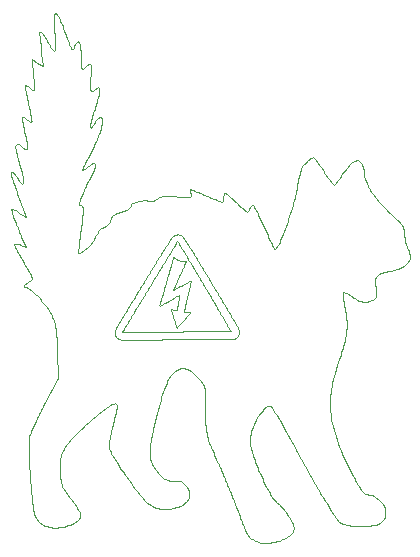
<source format=gbr>
G04 #@! TF.GenerationSoftware,KiCad,Pcbnew,(5.1.6)-1*
G04 #@! TF.CreationDate,2020-12-21T18:52:40-08:00*
G04 #@! TF.ProjectId,12v1a_psu,31327631-615f-4707-9375-2e6b69636164,1.0*
G04 #@! TF.SameCoordinates,Original*
G04 #@! TF.FileFunction,Legend,Bot*
G04 #@! TF.FilePolarity,Positive*
%FSLAX46Y46*%
G04 Gerber Fmt 4.6, Leading zero omitted, Abs format (unit mm)*
G04 Created by KiCad (PCBNEW (5.1.6)-1) date 2020-12-21 18:52:40*
%MOMM*%
%LPD*%
G01*
G04 APERTURE LIST*
%ADD10C,0.112500*%
G04 APERTURE END LIST*
D10*
X91791619Y-96726324D02*
X91707931Y-96585315D01*
X91707931Y-96585315D02*
X91630244Y-96454389D01*
X91630244Y-96454389D02*
X91558450Y-96333363D01*
X91558450Y-96333363D02*
X91492442Y-96222056D01*
X91492442Y-96222056D02*
X91432111Y-96120285D01*
X91432111Y-96120285D02*
X91352026Y-95985114D01*
X91352026Y-95985114D02*
X91284111Y-95870378D01*
X91284111Y-95870378D02*
X91211862Y-95748124D01*
X91211862Y-95748124D02*
X91149758Y-95642645D01*
X91149758Y-95642645D02*
X91112455Y-95578250D01*
X93728941Y-98705203D02*
X93780997Y-98808965D01*
X93780997Y-98808965D02*
X93822554Y-98934938D01*
X93822554Y-98934938D02*
X93841057Y-99059726D01*
X93841057Y-99059726D02*
X93836251Y-99180388D01*
X93836251Y-99180388D02*
X93807881Y-99293985D01*
X93807881Y-99293985D02*
X93784780Y-99347216D01*
X87833212Y-92677859D02*
X87770846Y-92782402D01*
X87770846Y-92782402D02*
X87710509Y-92878045D01*
X87710509Y-92878045D02*
X87695158Y-92900709D01*
X92271535Y-97542058D02*
X92208492Y-97433615D01*
X92208492Y-97433615D02*
X92142464Y-97320764D01*
X92142464Y-97320764D02*
X92082677Y-97218944D01*
X92082677Y-97218944D02*
X92018138Y-97109310D01*
X92018138Y-97109310D02*
X91950175Y-96994120D01*
X91950175Y-96994120D02*
X91880116Y-96875633D01*
X91880116Y-96875633D02*
X91809289Y-96756104D01*
X91809289Y-96756104D02*
X91791619Y-96726324D01*
X93089058Y-98943161D02*
X93033043Y-98845173D01*
X93033043Y-98845173D02*
X92975060Y-98745734D01*
X92975060Y-98745734D02*
X92921589Y-98655181D01*
X89748271Y-93289659D02*
X89684615Y-93181384D01*
X89684615Y-93181384D02*
X89626465Y-93083162D01*
X89626465Y-93083162D02*
X89561636Y-92973978D01*
X89561636Y-92973978D02*
X89496911Y-92865269D01*
X89496911Y-92865269D02*
X89457167Y-92798708D01*
X90996710Y-95381870D02*
X90938737Y-95284530D01*
X90938737Y-95284530D02*
X90875490Y-95177427D01*
X90875490Y-95177427D02*
X90814145Y-95072600D01*
X90814145Y-95072600D02*
X90809524Y-95064640D01*
X95313672Y-116840990D02*
X95313672Y-116840990D01*
X90337234Y-94271321D02*
X90274458Y-94164094D01*
X90274458Y-94164094D02*
X90216242Y-94066561D01*
X90216242Y-94066561D02*
X90151040Y-93958261D01*
X90151040Y-93958261D02*
X90084085Y-93847826D01*
X90084085Y-93847826D02*
X90020611Y-93743888D01*
X90020611Y-93743888D02*
X89954138Y-93636255D01*
X89954138Y-93636255D02*
X89911505Y-93569124D01*
X85907444Y-99745270D02*
X85751196Y-99745977D01*
X85751196Y-99745977D02*
X85602537Y-99746626D01*
X85602537Y-99746626D02*
X85461283Y-99747217D01*
X85461283Y-99747217D02*
X85327251Y-99747748D01*
X85327251Y-99747748D02*
X85200257Y-99748218D01*
X85200257Y-99748218D02*
X85080118Y-99748626D01*
X85080118Y-99748626D02*
X84966651Y-99748972D01*
X84966651Y-99748972D02*
X84759000Y-99749474D01*
X84759000Y-99749474D02*
X84575839Y-99749714D01*
X84575839Y-99749714D02*
X84415699Y-99749686D01*
X84415699Y-99749686D02*
X84277117Y-99749384D01*
X84277117Y-99749384D02*
X84158626Y-99748799D01*
X84158626Y-99748799D02*
X84015352Y-99747377D01*
X84015352Y-99747377D02*
X83880956Y-99744425D01*
X83880956Y-99744425D02*
X83768585Y-99736197D01*
X83768585Y-99736197D02*
X83762362Y-99734689D01*
X86854737Y-94278244D02*
X86787090Y-94385046D01*
X86787090Y-94385046D02*
X86727170Y-94481309D01*
X86727170Y-94481309D02*
X86661438Y-94587765D01*
X86661438Y-94587765D02*
X86595075Y-94695966D01*
X86595075Y-94695966D02*
X86533263Y-94797465D01*
X86533263Y-94797465D02*
X86470289Y-94902043D01*
X86470289Y-94902043D02*
X86432641Y-94966449D01*
X87968917Y-92451265D02*
X87909191Y-92548983D01*
X87909191Y-92548983D02*
X87851782Y-92645971D01*
X87851782Y-92645971D02*
X87833212Y-92677859D01*
X92554179Y-98023343D02*
X92495163Y-97924326D01*
X92495163Y-97924326D02*
X92448436Y-97841818D01*
X90650796Y-99725813D02*
X90511411Y-99726333D01*
X90511411Y-99726333D02*
X90368415Y-99726872D01*
X90368415Y-99726872D02*
X90222113Y-99727428D01*
X90222113Y-99727428D02*
X90072809Y-99728000D01*
X90072809Y-99728000D02*
X89920806Y-99728585D01*
X89920806Y-99728585D02*
X89766408Y-99729184D01*
X89766408Y-99729184D02*
X89609920Y-99729794D01*
X89609920Y-99729794D02*
X89451645Y-99730416D01*
X89451645Y-99730416D02*
X89291888Y-99731046D01*
X89291888Y-99731046D02*
X89130952Y-99731685D01*
X89130952Y-99731685D02*
X88969141Y-99732330D01*
X88969141Y-99732330D02*
X88806760Y-99732981D01*
X88806760Y-99732981D02*
X88644112Y-99733637D01*
X88644112Y-99733637D02*
X88481502Y-99734295D01*
X88481502Y-99734295D02*
X88319233Y-99734956D01*
X88319233Y-99734956D02*
X88157609Y-99735617D01*
X88157609Y-99735617D02*
X87996934Y-99736277D01*
X87996934Y-99736277D02*
X87837513Y-99736936D01*
X87837513Y-99736936D02*
X87679649Y-99737592D01*
X87679649Y-99737592D02*
X87523647Y-99738243D01*
X87523647Y-99738243D02*
X87369809Y-99738889D01*
X87369809Y-99738889D02*
X87218441Y-99739528D01*
X87218441Y-99739528D02*
X87069846Y-99740158D01*
X87069846Y-99740158D02*
X86924328Y-99740780D01*
X86924328Y-99740780D02*
X86782191Y-99741391D01*
X86782191Y-99741391D02*
X86643740Y-99741990D01*
X86643740Y-99741990D02*
X86509278Y-99742577D01*
X86509278Y-99742577D02*
X86379109Y-99743149D01*
X86379109Y-99743149D02*
X86253537Y-99743705D01*
X86253537Y-99743705D02*
X86132866Y-99744245D01*
X86132866Y-99744245D02*
X86017400Y-99744767D01*
X86017400Y-99744767D02*
X85907444Y-99745270D01*
X90809524Y-95064640D02*
X90750574Y-94963865D01*
X90750574Y-94963865D02*
X90692572Y-94866874D01*
X90692572Y-94866874D02*
X90688740Y-94860705D01*
X84202277Y-98649699D02*
X84142638Y-98748416D01*
X84142638Y-98748416D02*
X84124915Y-98780334D01*
X84665365Y-97889502D02*
X84594746Y-98006477D01*
X84594746Y-98006477D02*
X84534247Y-98106541D01*
X84534247Y-98106541D02*
X84467917Y-98215942D01*
X84467917Y-98215942D02*
X84406006Y-98317621D01*
X84406006Y-98317621D02*
X84342182Y-98421971D01*
X84342182Y-98421971D02*
X84270117Y-98539382D01*
X84270117Y-98539382D02*
X84202277Y-98649699D01*
X87591788Y-93065075D02*
X87538919Y-93145501D01*
X88618709Y-91431621D02*
X88546317Y-91524566D01*
X88546317Y-91524566D02*
X88484382Y-91622964D01*
X88484382Y-91622964D02*
X88452842Y-91675433D01*
X89806866Y-93387849D02*
X89748271Y-93289659D01*
X88037421Y-99067269D02*
X88207124Y-99066512D01*
X88207124Y-99066512D02*
X88389522Y-99065702D01*
X88389522Y-99065702D02*
X88582927Y-99064847D01*
X88582927Y-99064847D02*
X88785650Y-99063953D01*
X88785650Y-99063953D02*
X88996003Y-99063028D01*
X88996003Y-99063028D02*
X89212297Y-99062079D01*
X89212297Y-99062079D02*
X89432845Y-99061114D01*
X89432845Y-99061114D02*
X89655957Y-99060140D01*
X89655957Y-99060140D02*
X89879945Y-99059164D01*
X89879945Y-99059164D02*
X90103121Y-99058194D01*
X90103121Y-99058194D02*
X90323797Y-99057237D01*
X90323797Y-99057237D02*
X90540284Y-99056300D01*
X90540284Y-99056300D02*
X90750894Y-99055391D01*
X90750894Y-99055391D02*
X90953938Y-99054517D01*
X90953938Y-99054517D02*
X91147728Y-99053685D01*
X91147728Y-99053685D02*
X91330576Y-99052903D01*
X92921589Y-98655181D02*
X92864348Y-98557918D01*
X92864348Y-98557918D02*
X92810985Y-98462311D01*
X91330576Y-99052903D02*
X91505495Y-99052151D01*
X91505495Y-99052151D02*
X91676022Y-99051419D01*
X91676022Y-99051419D02*
X91841253Y-99050710D01*
X91841253Y-99050710D02*
X92000282Y-99050028D01*
X92000282Y-99050028D02*
X92152204Y-99049377D01*
X92152204Y-99049377D02*
X92296115Y-99048760D01*
X92296115Y-99048760D02*
X92431110Y-99048181D01*
X92431110Y-99048181D02*
X92556284Y-99047644D01*
X92556284Y-99047644D02*
X92670732Y-99047154D01*
X92670732Y-99047154D02*
X92820313Y-99046513D01*
X92820313Y-99046513D02*
X92940670Y-99045997D01*
X92940670Y-99045997D02*
X93068029Y-99045450D01*
X93068029Y-99045450D02*
X93095527Y-99045332D01*
X92390552Y-97741845D02*
X92331713Y-97644366D01*
X92331713Y-97644366D02*
X92271535Y-97542058D01*
X93784780Y-99347216D02*
X93724598Y-99445904D01*
X93724598Y-99445904D02*
X93650399Y-99532290D01*
X93650399Y-99532290D02*
X93551435Y-99613253D01*
X93551435Y-99613253D02*
X93440708Y-99672253D01*
X93440708Y-99672253D02*
X93411598Y-99683204D01*
X92735453Y-98333674D02*
X92674979Y-98233559D01*
X92674979Y-98233559D02*
X92659923Y-98205415D01*
X87538919Y-93145501D02*
X87481554Y-93245658D01*
X87481554Y-93245658D02*
X87423018Y-93342959D01*
X87423018Y-93342959D02*
X87356288Y-93452333D01*
X87356288Y-93452333D02*
X87290145Y-93559222D01*
X87290145Y-93559222D02*
X87269745Y-93591784D01*
X84981261Y-97360784D02*
X84917593Y-97468551D01*
X84917593Y-97468551D02*
X84859038Y-97566834D01*
X84859038Y-97566834D02*
X84792697Y-97677729D01*
X84792697Y-97677729D02*
X84734621Y-97774494D01*
X84734621Y-97774494D02*
X84665365Y-97889502D01*
X85136017Y-97103979D02*
X85072010Y-97208139D01*
X85072010Y-97208139D02*
X85012662Y-97307419D01*
X85012662Y-97307419D02*
X84981261Y-97360784D01*
X85688065Y-96197605D02*
X85628908Y-96294831D01*
X85628908Y-96294831D02*
X85565551Y-96399553D01*
X85565551Y-96399553D02*
X85516339Y-96482113D01*
X88921613Y-91899887D02*
X88858933Y-91796853D01*
X88858933Y-91796853D02*
X88789868Y-91683876D01*
X88789868Y-91683876D02*
X88724172Y-91577730D01*
X88724172Y-91577730D02*
X88657974Y-91475393D01*
X88657974Y-91475393D02*
X88618709Y-91431621D01*
X90688740Y-94860705D02*
X90622919Y-94752188D01*
X90622919Y-94752188D02*
X90557113Y-94642379D01*
X90557113Y-94642379D02*
X90499330Y-94545570D01*
X90499330Y-94545570D02*
X90429454Y-94428068D01*
X90429454Y-94428068D02*
X90371939Y-94330813D01*
X90371939Y-94330813D02*
X90337234Y-94271321D01*
X93490552Y-98304887D02*
X93549280Y-98401968D01*
X93549280Y-98401968D02*
X93610224Y-98504170D01*
X93610224Y-98504170D02*
X93674353Y-98612372D01*
X93674353Y-98612372D02*
X93728941Y-98705203D01*
X85516339Y-96482113D02*
X85452152Y-96589491D01*
X85452152Y-96589491D02*
X85384606Y-96700631D01*
X85384606Y-96700631D02*
X85323787Y-96800177D01*
X85323787Y-96800177D02*
X85262657Y-96899828D01*
X85262657Y-96899828D02*
X85193843Y-97011398D01*
X85193843Y-97011398D02*
X85136017Y-97103979D01*
X85974103Y-95726351D02*
X85908299Y-95835434D01*
X85908299Y-95835434D02*
X85846974Y-95936781D01*
X85846974Y-95936781D02*
X85785238Y-96038247D01*
X85785238Y-96038247D02*
X85717184Y-96149861D01*
X85717184Y-96149861D02*
X85688065Y-96197605D01*
X89457167Y-92798708D02*
X89400152Y-92701186D01*
X89400152Y-92701186D02*
X89344582Y-92602374D01*
X89344582Y-92602374D02*
X89336382Y-92587220D01*
X89336382Y-92587220D02*
X89280026Y-92487033D01*
X89280026Y-92487033D02*
X89235919Y-92413498D01*
X88120036Y-92209565D02*
X88059752Y-92306536D01*
X88059752Y-92306536D02*
X87999939Y-92402143D01*
X87999939Y-92402143D02*
X87968917Y-92451265D01*
X93317043Y-99715902D02*
X90650796Y-99725813D01*
X89235919Y-92413498D02*
X89171820Y-92310130D01*
X89171820Y-92310130D02*
X89104035Y-92199561D01*
X89104035Y-92199561D02*
X89037739Y-92090851D01*
X89037739Y-92090851D02*
X88969351Y-91978441D01*
X88969351Y-91978441D02*
X88921613Y-91899887D01*
X91112455Y-95578250D02*
X91055052Y-95479784D01*
X91055052Y-95479784D02*
X90996710Y-95381870D01*
X92859876Y-97232345D02*
X92923313Y-97340743D01*
X92923313Y-97340743D02*
X92984644Y-97445491D01*
X92984644Y-97445491D02*
X93043633Y-97546188D01*
X93043633Y-97546188D02*
X93127214Y-97688765D01*
X93127214Y-97688765D02*
X93204205Y-97819981D01*
X93204205Y-97819981D02*
X93273813Y-97938488D01*
X93273813Y-97938488D02*
X93335247Y-98042937D01*
X93335247Y-98042937D02*
X93403071Y-98158006D01*
X93403071Y-98158006D02*
X93462570Y-98258460D01*
X93462570Y-98258460D02*
X93490552Y-98304887D01*
X92659923Y-98205415D02*
X92599916Y-98099939D01*
X92599916Y-98099939D02*
X92554179Y-98023343D01*
X88271157Y-91967865D02*
X88206902Y-92070020D01*
X88206902Y-92070020D02*
X88147213Y-92165774D01*
X88147213Y-92165774D02*
X88120036Y-92209565D01*
X92810985Y-98462311D02*
X92754271Y-98364232D01*
X92754271Y-98364232D02*
X92735453Y-98333674D01*
X86361299Y-95087298D02*
X86294822Y-95196277D01*
X86294822Y-95196277D02*
X86224073Y-95312874D01*
X86224073Y-95312874D02*
X86154705Y-95427417D01*
X86154705Y-95427417D02*
X86095215Y-95525773D01*
X86095215Y-95525773D02*
X86034346Y-95626521D01*
X86034346Y-95626521D02*
X85974103Y-95726351D01*
X89911505Y-93569124D02*
X89853165Y-93470933D01*
X83762362Y-99734689D02*
X83762362Y-99734689D01*
X86432641Y-94966449D02*
X86375055Y-95064753D01*
X86375055Y-95064753D02*
X86361299Y-95087298D01*
X86924185Y-94162294D02*
X86866259Y-94260063D01*
X86866259Y-94260063D02*
X86854737Y-94278244D01*
X87269745Y-93591784D02*
X87207375Y-93692198D01*
X87207375Y-93692198D02*
X87144248Y-93795190D01*
X87144248Y-93795190D02*
X87078116Y-93903964D01*
X87078116Y-93903964D02*
X87015664Y-94007478D01*
X87015664Y-94007478D02*
X86954998Y-94109210D01*
X86954998Y-94109210D02*
X86924185Y-94162294D01*
X88452842Y-91675433D02*
X88390119Y-91777850D01*
X88390119Y-91777850D02*
X88329694Y-91874948D01*
X88329694Y-91874948D02*
X88271157Y-91967865D01*
X93411598Y-99683204D02*
X93317043Y-99715902D01*
X92448436Y-97841818D02*
X92390552Y-97741845D01*
X87644657Y-92981988D02*
X87591788Y-93065075D01*
X87695158Y-92900709D02*
X87644657Y-92981988D01*
X89853165Y-93470933D02*
X89806866Y-93387849D01*
X76293533Y-76007197D02*
X76751728Y-76307419D01*
X105883285Y-115194413D02*
X105765415Y-115275938D01*
X105765415Y-115275938D02*
X105607786Y-115346475D01*
X105607786Y-115346475D02*
X105415889Y-115406036D01*
X105415889Y-115406036D02*
X105195216Y-115454634D01*
X105195216Y-115454634D02*
X105075805Y-115474824D01*
X105075805Y-115474824D02*
X104951261Y-115492278D01*
X104951261Y-115492278D02*
X104822268Y-115506997D01*
X104822268Y-115506997D02*
X104689515Y-115518982D01*
X104689515Y-115518982D02*
X104553687Y-115528234D01*
X104553687Y-115528234D02*
X104415471Y-115534756D01*
X104415471Y-115534756D02*
X104275554Y-115538548D01*
X104275554Y-115538548D02*
X104134622Y-115539613D01*
X104134622Y-115539613D02*
X103993362Y-115537951D01*
X103993362Y-115537951D02*
X103852461Y-115533563D01*
X103852461Y-115533563D02*
X103712604Y-115526452D01*
X103712604Y-115526452D02*
X103574479Y-115516619D01*
X103574479Y-115516619D02*
X103438772Y-115504066D01*
X103438772Y-115504066D02*
X103306170Y-115488793D01*
X103306170Y-115488793D02*
X103177358Y-115470802D01*
X103177358Y-115470802D02*
X103053025Y-115450095D01*
X103053025Y-115450095D02*
X102933856Y-115426673D01*
X102933856Y-115426673D02*
X102820537Y-115400538D01*
X102820537Y-115400538D02*
X102614200Y-115340133D01*
X102614200Y-115340133D02*
X102439505Y-115268891D01*
X102439505Y-115268891D02*
X102301945Y-115186826D01*
X102659830Y-95742995D02*
X102632828Y-95869190D01*
X102632828Y-95869190D02*
X102633494Y-95984782D01*
X102633494Y-95984782D02*
X102643046Y-96129052D01*
X102643046Y-96129052D02*
X102655790Y-96253225D01*
X102655790Y-96253225D02*
X102673120Y-96388866D01*
X102673120Y-96388866D02*
X102694861Y-96533976D01*
X102694861Y-96533976D02*
X102720835Y-96686557D01*
X102720835Y-96686557D02*
X102750866Y-96844608D01*
X102750866Y-96844608D02*
X102761748Y-96898163D01*
X104869149Y-112885243D02*
X105079360Y-112939365D01*
X105079360Y-112939365D02*
X105275721Y-113018551D01*
X105275721Y-113018551D02*
X105457003Y-113120007D01*
X105457003Y-113120007D02*
X105621979Y-113240941D01*
X105621979Y-113240941D02*
X105769424Y-113378557D01*
X105769424Y-113378557D02*
X105898109Y-113530062D01*
X105898109Y-113530062D02*
X106006809Y-113692663D01*
X106006809Y-113692663D02*
X106094295Y-113863566D01*
X106094295Y-113863566D02*
X106159341Y-114039977D01*
X106159341Y-114039977D02*
X106200721Y-114219103D01*
X106200721Y-114219103D02*
X106217207Y-114398149D01*
X106217207Y-114398149D02*
X106207571Y-114574323D01*
X106207571Y-114574323D02*
X106170589Y-114744829D01*
X106170589Y-114744829D02*
X106105031Y-114906876D01*
X106105031Y-114906876D02*
X106009672Y-115057668D01*
X106009672Y-115057668D02*
X105883285Y-115194413D01*
X76417818Y-77413241D02*
X76293533Y-76007197D01*
X94939171Y-107329073D02*
X94895049Y-107483392D01*
X94895049Y-107483392D02*
X94856885Y-107623783D01*
X94856885Y-107623783D02*
X94824704Y-107752367D01*
X94824704Y-107752367D02*
X94798529Y-107871266D01*
X94798529Y-107871266D02*
X94778383Y-107982600D01*
X94778383Y-107982600D02*
X94759524Y-108140060D01*
X94759524Y-108140060D02*
X94754367Y-108292432D01*
X94754367Y-108292432D02*
X94762992Y-108446877D01*
X94762992Y-108446877D02*
X94785482Y-108610553D01*
X94785482Y-108610553D02*
X94808217Y-108728336D01*
X94808217Y-108728336D02*
X94837174Y-108855525D01*
X94837174Y-108855525D02*
X94872377Y-108994241D01*
X94872377Y-108994241D02*
X94913849Y-109146607D01*
X94913849Y-109146607D02*
X94961615Y-109314744D01*
X89987700Y-92439395D02*
X90052291Y-92543056D01*
X90052291Y-92543056D02*
X90114214Y-92644276D01*
X90114214Y-92644276D02*
X90175078Y-92745925D01*
X90175078Y-92745925D02*
X90233057Y-92843788D01*
X90233057Y-92843788D02*
X90244223Y-92862684D01*
X96564142Y-105395291D02*
X96456452Y-105343003D01*
X96456452Y-105343003D02*
X96320510Y-105361671D01*
X96320510Y-105361671D02*
X96217436Y-105409667D01*
X96217436Y-105409667D02*
X96106681Y-105483397D01*
X96106681Y-105483397D02*
X95990195Y-105580540D01*
X95990195Y-105580540D02*
X95869927Y-105698774D01*
X95869927Y-105698774D02*
X95747830Y-105835779D01*
X95747830Y-105835779D02*
X95625851Y-105989235D01*
X95625851Y-105989235D02*
X95505943Y-106156819D01*
X95505943Y-106156819D02*
X95390054Y-106336212D01*
X95390054Y-106336212D02*
X95280136Y-106525092D01*
X95280136Y-106525092D02*
X95178138Y-106721140D01*
X95178138Y-106721140D02*
X95086011Y-106922032D01*
X95086011Y-106922032D02*
X95005705Y-107125450D01*
X95005705Y-107125450D02*
X94939171Y-107329073D01*
X85237160Y-95761254D02*
X85302426Y-95654836D01*
X85302426Y-95654836D02*
X85362184Y-95557825D01*
X85362184Y-95557825D02*
X85423587Y-95458445D01*
X85423587Y-95458445D02*
X85488482Y-95353789D01*
X85488482Y-95353789D02*
X85495801Y-95342021D01*
X91703929Y-95291198D02*
X91762922Y-95391523D01*
X91762922Y-95391523D02*
X91830988Y-95505880D01*
X91830988Y-95505880D02*
X91900662Y-95622468D01*
X91900662Y-95622468D02*
X91962616Y-95725885D01*
X91962616Y-95725885D02*
X92028351Y-95835399D01*
X92028351Y-95835399D02*
X92096259Y-95948318D01*
X92735212Y-97020858D02*
X92792889Y-97118270D01*
X92792889Y-97118270D02*
X92851111Y-97217373D01*
X92851111Y-97217373D02*
X92859876Y-97232345D01*
X90244223Y-92862684D02*
X90308968Y-92971047D01*
X90308968Y-92971047D02*
X90370182Y-93072799D01*
X90370182Y-93072799D02*
X90429677Y-93171409D01*
X90429677Y-93171409D02*
X90491741Y-93274031D01*
X90491741Y-93274031D02*
X90512358Y-93308064D01*
X88111530Y-91110557D02*
X88186535Y-91020061D01*
X88186535Y-91020061D02*
X88288587Y-90945222D01*
X88288587Y-90945222D02*
X88409097Y-90888838D01*
X88409097Y-90888838D02*
X88539477Y-90853706D01*
X88539477Y-90853706D02*
X88671139Y-90842624D01*
X88671139Y-90842624D02*
X88795495Y-90858389D01*
X88795495Y-90858389D02*
X88841269Y-90872840D01*
X84188021Y-97496706D02*
X84253482Y-97387167D01*
X84253482Y-97387167D02*
X84316518Y-97281508D01*
X84316518Y-97281508D02*
X84379813Y-97175249D01*
X84379813Y-97175249D02*
X84419482Y-97108393D01*
X102761748Y-96898163D02*
X102792705Y-97051601D01*
X102792705Y-97051601D02*
X102821115Y-97200270D01*
X102821115Y-97200270D02*
X102846931Y-97344606D01*
X102846931Y-97344606D02*
X102870106Y-97485048D01*
X102870106Y-97485048D02*
X102890592Y-97622032D01*
X102890592Y-97622032D02*
X102908344Y-97755996D01*
X102908344Y-97755996D02*
X102923314Y-97887378D01*
X102923314Y-97887378D02*
X102935454Y-98016614D01*
X102935454Y-98016614D02*
X102944720Y-98144143D01*
X102944720Y-98144143D02*
X102951062Y-98270401D01*
X102951062Y-98270401D02*
X102954435Y-98395827D01*
X102954435Y-98395827D02*
X102954792Y-98520857D01*
X102954792Y-98520857D02*
X102952085Y-98645928D01*
X102952085Y-98645928D02*
X102946268Y-98771480D01*
X102946268Y-98771480D02*
X102937294Y-98897948D01*
X102937294Y-98897948D02*
X102925116Y-99025770D01*
X102925116Y-99025770D02*
X102909686Y-99155384D01*
X102909686Y-99155384D02*
X102890959Y-99287228D01*
X102890959Y-99287228D02*
X102868887Y-99421738D01*
X102868887Y-99421738D02*
X102843424Y-99559351D01*
X102843424Y-99559351D02*
X102814521Y-99700506D01*
X102814521Y-99700506D02*
X102782133Y-99845640D01*
X102782133Y-99845640D02*
X102746213Y-99995191D01*
X102746213Y-99995191D02*
X102706713Y-100149595D01*
X102706713Y-100149595D02*
X102663588Y-100309290D01*
X102663588Y-100309290D02*
X102616789Y-100474713D01*
X102616789Y-100474713D02*
X102566269Y-100646303D01*
X102566269Y-100646303D02*
X102511983Y-100824496D01*
X102511983Y-100824496D02*
X102453883Y-101009730D01*
X102453883Y-101009730D02*
X102391922Y-101202442D01*
X102391922Y-101202442D02*
X102326054Y-101403070D01*
X102326054Y-101403070D02*
X102256231Y-101612051D01*
X84855857Y-96385423D02*
X84924993Y-96272244D01*
X84924993Y-96272244D02*
X84995070Y-96157529D01*
X84995070Y-96157529D02*
X85063032Y-96046278D01*
X85063032Y-96046278D02*
X85125825Y-95943490D01*
X85125825Y-95943490D02*
X85190053Y-95838357D01*
X85190053Y-95838357D02*
X85237160Y-95761254D01*
X87599822Y-91922511D02*
X87662949Y-91823359D01*
X87662949Y-91823359D02*
X87729272Y-91718758D01*
X87729272Y-91718758D02*
X87794481Y-91615457D01*
X87794481Y-91615457D02*
X87815103Y-91582621D01*
X91259822Y-94558547D02*
X91318257Y-94657476D01*
X91318257Y-94657476D02*
X91382224Y-94763088D01*
X91382224Y-94763088D02*
X91443955Y-94862886D01*
X91443955Y-94862886D02*
X91449538Y-94871774D01*
X90512358Y-93308064D02*
X90571324Y-93405651D01*
X90571324Y-93405651D02*
X90631145Y-93505352D01*
X90631145Y-93505352D02*
X90691532Y-93607375D01*
X90691532Y-93607375D02*
X90711220Y-93642661D01*
X102256231Y-101612051D02*
X102152154Y-101928661D01*
X102152154Y-101928661D02*
X102056102Y-102236982D01*
X102056102Y-102236982D02*
X101968142Y-102537652D01*
X101968142Y-102537652D02*
X101888344Y-102831311D01*
X101888344Y-102831311D02*
X101816777Y-103118597D01*
X101816777Y-103118597D02*
X101753510Y-103400149D01*
X101753510Y-103400149D02*
X101698611Y-103676608D01*
X101698611Y-103676608D02*
X101652150Y-103948612D01*
X101652150Y-103948612D02*
X101614196Y-104216800D01*
X101614196Y-104216800D02*
X101584817Y-104481812D01*
X101584817Y-104481812D02*
X101564082Y-104744286D01*
X101564082Y-104744286D02*
X101552061Y-105004861D01*
X101552061Y-105004861D02*
X101548822Y-105264178D01*
X101548822Y-105264178D02*
X101554434Y-105522875D01*
X101554434Y-105522875D02*
X101568967Y-105781591D01*
X101568967Y-105781591D02*
X101592489Y-106040965D01*
X101592489Y-106040965D02*
X101625069Y-106301637D01*
X101625069Y-106301637D02*
X101666776Y-106564246D01*
X101666776Y-106564246D02*
X101717679Y-106829430D01*
X101717679Y-106829430D02*
X101777848Y-107097830D01*
X101777848Y-107097830D02*
X101847350Y-107370083D01*
X101847350Y-107370083D02*
X101926255Y-107646831D01*
X101926255Y-107646831D02*
X102014632Y-107928710D01*
X102014632Y-107928710D02*
X102112550Y-108216361D01*
X102112550Y-108216361D02*
X102220077Y-108510424D01*
X102220077Y-108510424D02*
X102337283Y-108811536D01*
X102337283Y-108811536D02*
X102464237Y-109120337D01*
X102464237Y-109120337D02*
X102601008Y-109437467D01*
X102601008Y-109437467D02*
X102747664Y-109763564D01*
X102747664Y-109763564D02*
X102904275Y-110099268D01*
X102904275Y-110099268D02*
X103070909Y-110445218D01*
X103070909Y-110445218D02*
X103247636Y-110802053D01*
X103247636Y-110802053D02*
X103332076Y-110970192D01*
X103332076Y-110970192D02*
X103411899Y-111128551D01*
X103411899Y-111128551D02*
X103487349Y-111277442D01*
X103487349Y-111277442D02*
X103558669Y-111417180D01*
X103558669Y-111417180D02*
X103626104Y-111548078D01*
X103626104Y-111548078D02*
X103689898Y-111670448D01*
X103689898Y-111670448D02*
X103750294Y-111784604D01*
X103750294Y-111784604D02*
X103807536Y-111890859D01*
X103807536Y-111890859D02*
X103861867Y-111989526D01*
X103861867Y-111989526D02*
X103962776Y-112165352D01*
X103962776Y-112165352D02*
X104054970Y-112314587D01*
X104054970Y-112314587D02*
X104140401Y-112439737D01*
X104140401Y-112439737D02*
X104221019Y-112543308D01*
X104221019Y-112543308D02*
X104298775Y-112627807D01*
X104298775Y-112627807D02*
X104414310Y-112724277D01*
X104414310Y-112724277D02*
X104534378Y-112791932D01*
X104534378Y-112791932D02*
X104665563Y-112839228D01*
X104665563Y-112839228D02*
X104814449Y-112874626D01*
X104814449Y-112874626D02*
X104869149Y-112885243D01*
X83694943Y-98303568D02*
X83756194Y-98202993D01*
X83756194Y-98202993D02*
X83821726Y-98094744D01*
X83821726Y-98094744D02*
X83884098Y-97991374D01*
X83884098Y-97991374D02*
X83945398Y-97889467D01*
X92561341Y-96726287D02*
X92622971Y-96831030D01*
X92622971Y-96831030D02*
X92684353Y-96935085D01*
X92684353Y-96935085D02*
X92735212Y-97020858D01*
X92096259Y-95948318D02*
X92165650Y-96063702D01*
X92165650Y-96063702D02*
X92235641Y-96180286D01*
X92235641Y-96180286D02*
X92304323Y-96294879D01*
X92304323Y-96294879D02*
X92369789Y-96404289D01*
X92369789Y-96404289D02*
X92430131Y-96505325D01*
X92430131Y-96505325D02*
X92495448Y-96614985D01*
X92495448Y-96614985D02*
X92554080Y-96713951D01*
X92554080Y-96713951D02*
X92561341Y-96726287D01*
X91632581Y-95177902D02*
X91694634Y-95275062D01*
X91694634Y-95275062D02*
X91703929Y-95291198D01*
X84561976Y-96869797D02*
X84584762Y-96842387D01*
X91095954Y-94286635D02*
X91155338Y-94382892D01*
X91155338Y-94382892D02*
X91215937Y-94483760D01*
X91215937Y-94483760D02*
X91259822Y-94558547D01*
X83498003Y-99578094D02*
X83422033Y-99494156D01*
X83422033Y-99494156D02*
X83362642Y-99393623D01*
X83362642Y-99393623D02*
X83331411Y-99296099D01*
X96991653Y-113482862D02*
X97087925Y-113545688D01*
X97087925Y-113545688D02*
X97194036Y-113634912D01*
X97194036Y-113634912D02*
X97307769Y-113747138D01*
X97307769Y-113747138D02*
X97426912Y-113878968D01*
X97426912Y-113878968D02*
X97549250Y-114027007D01*
X97549250Y-114027007D02*
X97672567Y-114187859D01*
X97672567Y-114187859D02*
X97794650Y-114358127D01*
X97794650Y-114358127D02*
X97913284Y-114534415D01*
X97913284Y-114534415D02*
X98026255Y-114713327D01*
X98026255Y-114713327D02*
X98131347Y-114891466D01*
X98131347Y-114891466D02*
X98226348Y-115065436D01*
X98226348Y-115065436D02*
X98309041Y-115231842D01*
X98309041Y-115231842D02*
X98377213Y-115387286D01*
X98377213Y-115387286D02*
X98428648Y-115528373D01*
X98428648Y-115528373D02*
X98461134Y-115651706D01*
X98461134Y-115651706D02*
X98472455Y-115753890D01*
X83567984Y-98515668D02*
X83626033Y-98417261D01*
X83626033Y-98417261D02*
X83685854Y-98318415D01*
X83685854Y-98318415D02*
X83694943Y-98303568D01*
X91588987Y-95105919D02*
X91632581Y-95177902D01*
X90711220Y-93642661D02*
X90768027Y-93740144D01*
X90768027Y-93740144D02*
X90771097Y-93745070D01*
X86950552Y-92964840D02*
X87016919Y-92855998D01*
X87016919Y-92855998D02*
X87086046Y-92743802D01*
X87086046Y-92743802D02*
X87148192Y-92643625D01*
X87148192Y-92643625D02*
X87208570Y-92546920D01*
X87208570Y-92546920D02*
X87254498Y-92473889D01*
X89581500Y-91786556D02*
X89645661Y-91889845D01*
X89645661Y-91889845D02*
X89709329Y-91992293D01*
X89709329Y-91992293D02*
X89770839Y-92091224D01*
X89770839Y-92091224D02*
X89842153Y-92205862D01*
X89842153Y-92205862D02*
X89904237Y-92305589D01*
X89904237Y-92305589D02*
X89969453Y-92410201D01*
X89969453Y-92410201D02*
X89987700Y-92439395D01*
X94961615Y-109314744D02*
X95005139Y-109460987D01*
X95005139Y-109460987D02*
X95052689Y-109611827D01*
X95052689Y-109611827D02*
X95103991Y-109766700D01*
X95103991Y-109766700D02*
X95158771Y-109925044D01*
X95158771Y-109925044D02*
X95216754Y-110086296D01*
X95216754Y-110086296D02*
X95277666Y-110249894D01*
X95277666Y-110249894D02*
X95341234Y-110415273D01*
X95341234Y-110415273D02*
X95407183Y-110581872D01*
X95407183Y-110581872D02*
X95475239Y-110749128D01*
X95475239Y-110749128D02*
X95545128Y-110916478D01*
X95545128Y-110916478D02*
X95616576Y-111083360D01*
X95616576Y-111083360D02*
X95689309Y-111249209D01*
X95689309Y-111249209D02*
X95763053Y-111413464D01*
X95763053Y-111413464D02*
X95837533Y-111575562D01*
X95837533Y-111575562D02*
X95912475Y-111734940D01*
X95912475Y-111734940D02*
X95987606Y-111891036D01*
X95987606Y-111891036D02*
X96062652Y-112043285D01*
X96062652Y-112043285D02*
X96137337Y-112191127D01*
X96137337Y-112191127D02*
X96211388Y-112333997D01*
X96211388Y-112333997D02*
X96284532Y-112471333D01*
X96284532Y-112471333D02*
X96356493Y-112602573D01*
X96356493Y-112602573D02*
X96426998Y-112727153D01*
X96426998Y-112727153D02*
X96495773Y-112844510D01*
X96495773Y-112844510D02*
X96562543Y-112954083D01*
X96562543Y-112954083D02*
X96627035Y-113055307D01*
X96627035Y-113055307D02*
X96748086Y-113230461D01*
X96748086Y-113230461D02*
X96856734Y-113365470D01*
X96856734Y-113365470D02*
X96950786Y-113455831D01*
X96950786Y-113455831D02*
X96991653Y-113482862D01*
X102301945Y-115186826D02*
X102201338Y-115081669D01*
X102201338Y-115081669D02*
X102106605Y-114958689D01*
X102106605Y-114958689D02*
X101991171Y-114795771D01*
X101991171Y-114795771D02*
X101926072Y-114699970D01*
X101926072Y-114699970D02*
X101856257Y-114594943D01*
X101856257Y-114594943D02*
X101781878Y-114480946D01*
X101781878Y-114480946D02*
X101703088Y-114358230D01*
X101703088Y-114358230D02*
X101620040Y-114227050D01*
X101620040Y-114227050D02*
X101532887Y-114087658D01*
X101532887Y-114087658D02*
X101441781Y-113940308D01*
X101441781Y-113940308D02*
X101346877Y-113785253D01*
X101346877Y-113785253D02*
X101248326Y-113622746D01*
X101248326Y-113622746D02*
X101146281Y-113453041D01*
X101146281Y-113453041D02*
X101040896Y-113276390D01*
X101040896Y-113276390D02*
X100932323Y-113093048D01*
X100932323Y-113093048D02*
X100820715Y-112903267D01*
X100820715Y-112903267D02*
X100706226Y-112707300D01*
X100706226Y-112707300D02*
X100589008Y-112505401D01*
X100589008Y-112505401D02*
X100469213Y-112297822D01*
X100469213Y-112297822D02*
X100346996Y-112084819D01*
X100346996Y-112084819D02*
X100222508Y-111866642D01*
X100222508Y-111866642D02*
X100095903Y-111643546D01*
X100095903Y-111643546D02*
X99967334Y-111415785D01*
X99967334Y-111415785D02*
X99836953Y-111183610D01*
X99836953Y-111183610D02*
X99704914Y-110947276D01*
X99704914Y-110947276D02*
X99571369Y-110707036D01*
X99571369Y-110707036D02*
X99436472Y-110463143D01*
X99436472Y-110463143D02*
X99300375Y-110215850D01*
X90771097Y-93745070D02*
X90830439Y-93842058D01*
X90830439Y-93842058D02*
X90876839Y-93920309D01*
X88841269Y-90872840D02*
X88950666Y-90917213D01*
X88950666Y-90917213D02*
X89053223Y-90990920D01*
X89053223Y-90990920D02*
X89136320Y-91090586D01*
X89136320Y-91090586D02*
X89222767Y-91215890D01*
X89222767Y-91215890D02*
X89305405Y-91344049D01*
X89305405Y-91344049D02*
X89371172Y-91448476D01*
X89371172Y-91448476D02*
X89446847Y-91569783D01*
X89446847Y-91569783D02*
X89533601Y-91709415D01*
X89533601Y-91709415D02*
X89581500Y-91786556D01*
X87447952Y-92164211D02*
X87508737Y-92066185D01*
X87508737Y-92066185D02*
X87574098Y-91962884D01*
X87574098Y-91962884D02*
X87599822Y-91922511D01*
X85635533Y-95107908D02*
X85693070Y-95007819D01*
X85693070Y-95007819D02*
X85754789Y-94907789D01*
X84491236Y-96990238D02*
X84546093Y-96890235D01*
X84546093Y-96890235D02*
X84547885Y-96883820D01*
X98472455Y-115753890D02*
X98448210Y-115901698D01*
X98448210Y-115901698D02*
X98378651Y-116046507D01*
X98378651Y-116046507D02*
X98268540Y-116186676D01*
X98268540Y-116186676D02*
X98122639Y-116320567D01*
X98122639Y-116320567D02*
X97945711Y-116446541D01*
X97945711Y-116446541D02*
X97847100Y-116506047D01*
X97847100Y-116506047D02*
X97742517Y-116562958D01*
X97742517Y-116562958D02*
X97632559Y-116617072D01*
X97632559Y-116617072D02*
X97517820Y-116668181D01*
X97517820Y-116668181D02*
X97398896Y-116716082D01*
X97398896Y-116716082D02*
X97276382Y-116760570D01*
X97276382Y-116760570D02*
X97150874Y-116801440D01*
X97150874Y-116801440D02*
X97022966Y-116838486D01*
X97022966Y-116838486D02*
X96893254Y-116871505D01*
X96893254Y-116871505D02*
X96762333Y-116900290D01*
X96762333Y-116900290D02*
X96630798Y-116924639D01*
X96630798Y-116924639D02*
X96499245Y-116944344D01*
X96499245Y-116944344D02*
X96368269Y-116959202D01*
X96368269Y-116959202D02*
X96238466Y-116969008D01*
X96238466Y-116969008D02*
X96110430Y-116973557D01*
X96110430Y-116973557D02*
X95984756Y-116972644D01*
X95984756Y-116972644D02*
X95862041Y-116966063D01*
X95862041Y-116966063D02*
X95742879Y-116953612D01*
X95742879Y-116953612D02*
X95627866Y-116935083D01*
X95627866Y-116935083D02*
X95517597Y-116910273D01*
X95517597Y-116910273D02*
X95313672Y-116840990D01*
X84547885Y-96883820D02*
X84561976Y-96869797D01*
X83945398Y-97889467D02*
X84009781Y-97782696D01*
X84009781Y-97782696D02*
X84070243Y-97683447D01*
X84070243Y-97683447D02*
X84121220Y-97602449D01*
X77209924Y-76607642D02*
X77109360Y-75461214D01*
X83442036Y-98736028D02*
X83501440Y-98632224D01*
X83501440Y-98632224D02*
X83558236Y-98532782D01*
X83558236Y-98532782D02*
X83567984Y-98515668D01*
X87254498Y-92473889D02*
X87321411Y-92367667D01*
X87321411Y-92367667D02*
X87386649Y-92263528D01*
X87386649Y-92263528D02*
X87446374Y-92166879D01*
X87446374Y-92166879D02*
X87447952Y-92164211D01*
X86436940Y-93795683D02*
X86498126Y-93693948D01*
X86498126Y-93693948D02*
X86557342Y-93597918D01*
X86557342Y-93597918D02*
X86622919Y-93492913D01*
X86622919Y-93492913D02*
X86655848Y-93440686D01*
X84121220Y-97602449D02*
X84182430Y-97506016D01*
X84182430Y-97506016D02*
X84188021Y-97496706D01*
X86272199Y-94067595D02*
X86334674Y-93966233D01*
X86334674Y-93966233D02*
X86395284Y-93866111D01*
X86395284Y-93866111D02*
X86436940Y-93795683D01*
X99300375Y-110215850D02*
X99169939Y-109978467D01*
X99169939Y-109978467D02*
X99040648Y-109743591D01*
X99040648Y-109743591D02*
X98912677Y-109511531D01*
X98912677Y-109511531D02*
X98786203Y-109282595D01*
X98786203Y-109282595D02*
X98661399Y-109057094D01*
X98661399Y-109057094D02*
X98538442Y-108835334D01*
X98538442Y-108835334D02*
X98417507Y-108617626D01*
X98417507Y-108617626D02*
X98298769Y-108404279D01*
X98298769Y-108404279D02*
X98182404Y-108195601D01*
X98182404Y-108195601D02*
X98068586Y-107991901D01*
X98068586Y-107991901D02*
X97957492Y-107793488D01*
X97957492Y-107793488D02*
X97849296Y-107600672D01*
X97849296Y-107600672D02*
X97744174Y-107413761D01*
X97744174Y-107413761D02*
X97642302Y-107233063D01*
X97642302Y-107233063D02*
X97543854Y-107058889D01*
X97543854Y-107058889D02*
X97449007Y-106891546D01*
X97449007Y-106891546D02*
X97357935Y-106731344D01*
X97357935Y-106731344D02*
X97270813Y-106578592D01*
X97270813Y-106578592D02*
X97187818Y-106433599D01*
X97187818Y-106433599D02*
X97109124Y-106296673D01*
X97109124Y-106296673D02*
X97034907Y-106168124D01*
X97034907Y-106168124D02*
X96965342Y-106048260D01*
X96965342Y-106048260D02*
X96900604Y-105937391D01*
X96900604Y-105937391D02*
X96840870Y-105835825D01*
X96840870Y-105835825D02*
X96737111Y-105661839D01*
X96737111Y-105661839D02*
X96655468Y-105528774D01*
X96655468Y-105528774D02*
X96577540Y-105411308D01*
X96577540Y-105411308D02*
X96564142Y-105395291D01*
X86021354Y-94475463D02*
X86086721Y-94368503D01*
X86086721Y-94368503D02*
X86147247Y-94269867D01*
X86147247Y-94269867D02*
X86212831Y-94163398D01*
X86212831Y-94163398D02*
X86272199Y-94067595D01*
X85754789Y-94907789D02*
X85820956Y-94801405D01*
X85820956Y-94801405D02*
X85882286Y-94702158D01*
X85882286Y-94702158D02*
X85945830Y-94598880D01*
X85945830Y-94598880D02*
X86005729Y-94501073D01*
X86005729Y-94501073D02*
X86021354Y-94475463D01*
X76751728Y-76307419D02*
X77209924Y-76607642D01*
X83762362Y-99734687D02*
X83653718Y-99692419D01*
X83653718Y-99692419D02*
X83551361Y-99625806D01*
X83551361Y-99625806D02*
X83498003Y-99578094D01*
X87815103Y-91582621D02*
X87875530Y-91486359D01*
X87875530Y-91486359D02*
X87936871Y-91389137D01*
X87936871Y-91389137D02*
X87938716Y-91386240D01*
X91449538Y-94871774D02*
X91509547Y-94968967D01*
X91509547Y-94968967D02*
X91567878Y-95067510D01*
X91567878Y-95067510D02*
X91588987Y-95105919D01*
X90876839Y-93920309D02*
X90940646Y-94030312D01*
X90940646Y-94030312D02*
X91000451Y-94131839D01*
X91000451Y-94131839D02*
X91063219Y-94234476D01*
X91063219Y-94234476D02*
X91095954Y-94286635D01*
X86655848Y-93440686D02*
X86718275Y-93341404D01*
X86718275Y-93341404D02*
X86787397Y-93230464D01*
X86787397Y-93230464D02*
X86847062Y-93134021D01*
X86847062Y-93134021D02*
X86911430Y-93029178D01*
X86911430Y-93029178D02*
X86950552Y-92964840D01*
X85495801Y-95342021D02*
X85556241Y-95243922D01*
X85556241Y-95243922D02*
X85615229Y-95145459D01*
X85615229Y-95145459D02*
X85635533Y-95107908D01*
X87938716Y-91386240D02*
X88001598Y-91287199D01*
X88001598Y-91287199D02*
X88064055Y-91187768D01*
X88064055Y-91187768D02*
X88111530Y-91110557D01*
X84584762Y-96842387D02*
X84642261Y-96740385D01*
X84642261Y-96740385D02*
X84707920Y-96629854D01*
X84707920Y-96629854D02*
X84777658Y-96514031D01*
X84777658Y-96514031D02*
X84842395Y-96407477D01*
X84842395Y-96407477D02*
X84855857Y-96385423D01*
X84419482Y-97108393D02*
X84479547Y-97009323D01*
X84479547Y-97009323D02*
X84491236Y-96990238D01*
X83331411Y-99296099D02*
X83312103Y-99174591D01*
X83312103Y-99174591D02*
X83315672Y-99060046D01*
X83315672Y-99060046D02*
X83343853Y-98943684D01*
X83343853Y-98943684D02*
X83388911Y-98835839D01*
X83388911Y-98835839D02*
X83442036Y-98736028D01*
X105411865Y-95323815D02*
X105429343Y-95455745D01*
X105429343Y-95455745D02*
X105443450Y-95574521D01*
X105443450Y-95574521D02*
X105457818Y-95730037D01*
X105457818Y-95730037D02*
X105463385Y-95861142D01*
X105463385Y-95861142D02*
X105455854Y-96003354D01*
X105455854Y-96003354D02*
X105429650Y-96115076D01*
X105429650Y-96115076D02*
X105367998Y-96223091D01*
X105367998Y-96223091D02*
X105271084Y-96309399D01*
X105271084Y-96309399D02*
X105165895Y-96372499D01*
X81258608Y-77558026D02*
X81238089Y-77764143D01*
X81238089Y-77764143D02*
X81223073Y-77949117D01*
X81223073Y-77949117D02*
X81213713Y-78113301D01*
X81213713Y-78113301D02*
X81210163Y-78257046D01*
X81210163Y-78257046D02*
X81212575Y-78380704D01*
X81212575Y-78380704D02*
X81227712Y-78529301D01*
X81227712Y-78529301D02*
X81270201Y-78660414D01*
X81270201Y-78660414D02*
X81384233Y-78719204D01*
X81384233Y-78719204D02*
X81495580Y-78670587D01*
X81495580Y-78670587D02*
X81598511Y-78590027D01*
X81598511Y-78590027D02*
X81676669Y-78515982D01*
X91056334Y-87558014D02*
X91186249Y-87613077D01*
X91186249Y-87613077D02*
X91313539Y-87666597D01*
X91313539Y-87666597D02*
X91437502Y-87718295D01*
X91437502Y-87718295D02*
X91557434Y-87767895D01*
X91557434Y-87767895D02*
X91672633Y-87815120D01*
X91672633Y-87815120D02*
X91782397Y-87859692D01*
X91782397Y-87859692D02*
X91935316Y-87920970D01*
X91935316Y-87920970D02*
X92072053Y-87974722D01*
X92072053Y-87974722D02*
X92190238Y-88020010D01*
X92190238Y-88020010D02*
X92314862Y-88065615D01*
X92314862Y-88065615D02*
X92426548Y-88098554D01*
X80783949Y-76685052D02*
X80879262Y-76601202D01*
X80879262Y-76601202D02*
X81002525Y-76503967D01*
X81002525Y-76503967D02*
X81103309Y-76443137D01*
X81103309Y-76443137D02*
X81224914Y-76429237D01*
X81224914Y-76429237D02*
X81293848Y-76534421D01*
X81293848Y-76534421D02*
X81312465Y-76659363D01*
X81312465Y-76659363D02*
X81315636Y-76833641D01*
X81315636Y-76833641D02*
X81309821Y-76978433D01*
X81309821Y-76978433D02*
X81298117Y-77146949D01*
X81298117Y-77146949D02*
X81280916Y-77339907D01*
X81280916Y-77339907D02*
X81258608Y-77558026D01*
X81533575Y-81476940D02*
X81609027Y-81359308D01*
X81609027Y-81359308D02*
X81686631Y-81249568D01*
X81686631Y-81249568D02*
X81764172Y-81150121D01*
X81764172Y-81150121D02*
X81839437Y-81063370D01*
X81839437Y-81063370D02*
X81926943Y-80976443D01*
X81926943Y-80976443D02*
X82029426Y-80903306D01*
X82029426Y-80903306D02*
X82073439Y-80891355D01*
X77609810Y-74494967D02*
X77671532Y-74618017D01*
X77671532Y-74618017D02*
X77734180Y-74735389D01*
X77734180Y-74735389D02*
X77796783Y-74845678D01*
X77796783Y-74845678D02*
X77858370Y-74947484D01*
X77858370Y-74947484D02*
X77937226Y-75067601D01*
X77937226Y-75067601D02*
X78010244Y-75166814D01*
X78010244Y-75166814D02*
X78089801Y-75256369D01*
X78089801Y-75256369D02*
X78171252Y-75305777D01*
X106484236Y-93962450D02*
X106294388Y-93998681D01*
X106294388Y-93998681D02*
X106125399Y-94035737D01*
X106125399Y-94035737D02*
X105976308Y-94074837D01*
X105976308Y-94074837D02*
X105846154Y-94117200D01*
X105846154Y-94117200D02*
X105733977Y-94164044D01*
X105733977Y-94164044D02*
X105597318Y-94245382D01*
X105597318Y-94245382D02*
X105495706Y-94343662D01*
X105495706Y-94343662D02*
X105425898Y-94462998D01*
X105425898Y-94462998D02*
X105384656Y-94607505D01*
X105384656Y-94607505D02*
X105371429Y-94719859D01*
X105371429Y-94719859D02*
X105368497Y-94846447D01*
X105368497Y-94846447D02*
X105374899Y-94988490D01*
X105374899Y-94988490D02*
X105389675Y-95147206D01*
X105389675Y-95147206D02*
X105411865Y-95323815D01*
X81661031Y-80051591D02*
X81608598Y-80213570D01*
X81608598Y-80213570D02*
X81559299Y-80367888D01*
X81559299Y-80367888D02*
X81513132Y-80514554D01*
X81513132Y-80514554D02*
X81470098Y-80653576D01*
X81470098Y-80653576D02*
X81430194Y-80784962D01*
X81430194Y-80784962D02*
X81393420Y-80908721D01*
X81393420Y-80908721D02*
X81359776Y-81024861D01*
X81359776Y-81024861D02*
X81329261Y-81133391D01*
X81329261Y-81133391D02*
X81277614Y-81327653D01*
X81277614Y-81327653D02*
X81238474Y-81491575D01*
X81238474Y-81491575D02*
X81211833Y-81625225D01*
X81211833Y-81625225D02*
X81195296Y-81769086D01*
X81195296Y-81769086D02*
X81314152Y-81795177D01*
X81314152Y-81795177D02*
X81409858Y-81669470D01*
X81409858Y-81669470D02*
X81489225Y-81548527D01*
X81489225Y-81548527D02*
X81533575Y-81476940D01*
X106496881Y-88912736D02*
X106607461Y-89016924D01*
X106607461Y-89016924D02*
X106711880Y-89115799D01*
X106711880Y-89115799D02*
X106810313Y-89209613D01*
X106810313Y-89209613D02*
X106902933Y-89298616D01*
X106902933Y-89298616D02*
X106989914Y-89383061D01*
X106989914Y-89383061D02*
X107071429Y-89463198D01*
X107071429Y-89463198D02*
X107218759Y-89611557D01*
X107218759Y-89611557D02*
X107346312Y-89745703D01*
X107346312Y-89745703D02*
X107455480Y-89867649D01*
X107455480Y-89867649D02*
X107547652Y-89979406D01*
X107547652Y-89979406D02*
X107624219Y-90082985D01*
X107624219Y-90082985D02*
X107686571Y-90180399D01*
X107686571Y-90180399D02*
X107756488Y-90319358D01*
X107756488Y-90319358D02*
X107802243Y-90455759D01*
X107802243Y-90455759D02*
X107828527Y-90596391D01*
X107828527Y-90596391D02*
X107840033Y-90748043D01*
X107840033Y-90748043D02*
X107841811Y-90858619D01*
X108121368Y-92080466D02*
X108202576Y-92257340D01*
X108202576Y-92257340D02*
X108259241Y-92426397D01*
X108259241Y-92426397D02*
X108291380Y-92587618D01*
X108291380Y-92587618D02*
X108299008Y-92740986D01*
X108299008Y-92740986D02*
X108282139Y-92886482D01*
X108282139Y-92886482D02*
X108240790Y-93024091D01*
X108240790Y-93024091D02*
X108174975Y-93153793D01*
X108174975Y-93153793D02*
X108084710Y-93275572D01*
X108084710Y-93275572D02*
X107970011Y-93389410D01*
X107970011Y-93389410D02*
X107830892Y-93495289D01*
X107830892Y-93495289D02*
X107667369Y-93593192D01*
X107667369Y-93593192D02*
X107479458Y-93683101D01*
X107479458Y-93683101D02*
X107267174Y-93764999D01*
X107267174Y-93764999D02*
X107151897Y-93802938D01*
X107151897Y-93802938D02*
X107030532Y-93838868D01*
X107030532Y-93838868D02*
X106903081Y-93872786D01*
X106903081Y-93872786D02*
X106769547Y-93904691D01*
X106769547Y-93904691D02*
X106629931Y-93934579D01*
X106629931Y-93934579D02*
X106484236Y-93962450D01*
X107841811Y-90858619D02*
X107847516Y-91006501D01*
X107847516Y-91006501D02*
X107858846Y-91125174D01*
X107858846Y-91125174D02*
X107875681Y-91248149D01*
X107875681Y-91248149D02*
X107897537Y-91373313D01*
X107897537Y-91373313D02*
X107923931Y-91498552D01*
X107923931Y-91498552D02*
X107954380Y-91621750D01*
X107954380Y-91621750D02*
X107988398Y-91740795D01*
X107988398Y-91740795D02*
X108025503Y-91853572D01*
X108025503Y-91853572D02*
X108078942Y-91990536D01*
X108078942Y-91990536D02*
X108121368Y-92080466D01*
X103457954Y-84728637D02*
X103562104Y-84661708D01*
X103562104Y-84661708D02*
X103676794Y-84594774D01*
X103676794Y-84594774D02*
X103790182Y-84547677D01*
X103790182Y-84547677D02*
X103915079Y-84551810D01*
X103915079Y-84551810D02*
X104013796Y-84622304D01*
X104013796Y-84622304D02*
X104106463Y-84729589D01*
X104106463Y-84729589D02*
X104149172Y-84785103D01*
X101871993Y-86656791D02*
X101972695Y-86575282D01*
X101972695Y-86575282D02*
X102063335Y-86468296D01*
X102063335Y-86468296D02*
X102149307Y-86356664D01*
X102149307Y-86356664D02*
X102219934Y-86259962D01*
X102219934Y-86259962D02*
X102294611Y-86153717D01*
X102294611Y-86153717D02*
X102372245Y-86039351D01*
X102372245Y-86039351D02*
X102451739Y-85918287D01*
X102451739Y-85918287D02*
X102505227Y-85834560D01*
X75454470Y-83409763D02*
X75557109Y-83489240D01*
X75557109Y-83489240D02*
X75686695Y-83581301D01*
X75686695Y-83581301D02*
X75787790Y-83636486D01*
X75787790Y-83636486D02*
X75907912Y-83616935D01*
X75907912Y-83616935D02*
X75929936Y-83492179D01*
X75929936Y-83492179D02*
X75917408Y-83331831D01*
X75917408Y-83331831D02*
X75895699Y-83190451D01*
X75895699Y-83190451D02*
X75863597Y-83019819D01*
X75863597Y-83019819D02*
X75821355Y-82818506D01*
X75821355Y-82818506D02*
X75796511Y-82705898D01*
X75796511Y-82705898D02*
X75769226Y-82585083D01*
X75769226Y-82585083D02*
X75739533Y-82455883D01*
X75739533Y-82455883D02*
X75707462Y-82318119D01*
X75707462Y-82318119D02*
X75673046Y-82171614D01*
X100994972Y-85485944D02*
X101073292Y-85605246D01*
X101073292Y-85605246D02*
X101150578Y-85721200D01*
X101150578Y-85721200D02*
X101226377Y-85833206D01*
X101226377Y-85833206D02*
X101300241Y-85940662D01*
X101300241Y-85940662D02*
X101371721Y-86042968D01*
X101371721Y-86042968D02*
X101440366Y-86139525D01*
X101440366Y-86139525D02*
X101537035Y-86272266D01*
X101537035Y-86272266D02*
X101624797Y-86388694D01*
X101624797Y-86388694D02*
X101702134Y-86486782D01*
X101702134Y-86486782D02*
X101786412Y-86585535D01*
X101786412Y-86585535D02*
X101871993Y-86656791D01*
X100107349Y-84314774D02*
X100196565Y-84386140D01*
X100196565Y-84386140D02*
X100282694Y-84484950D01*
X100282694Y-84484950D02*
X100361279Y-84583076D01*
X100361279Y-84583076D02*
X100450146Y-84699537D01*
X100450146Y-84699537D02*
X100547761Y-84832307D01*
X100547761Y-84832307D02*
X100616938Y-84928880D01*
X100616938Y-84928880D02*
X100688865Y-85031200D01*
X100688865Y-85031200D02*
X100763087Y-85138667D01*
X100763087Y-85138667D02*
X100839149Y-85250680D01*
X100839149Y-85250680D02*
X100916596Y-85366639D01*
X100916596Y-85366639D02*
X100994972Y-85485944D01*
X98742444Y-86885909D02*
X98766158Y-86733193D01*
X98766158Y-86733193D02*
X98791665Y-86581513D01*
X98791665Y-86581513D02*
X98818727Y-86431793D01*
X98818727Y-86431793D02*
X98847108Y-86284957D01*
X98847108Y-86284957D02*
X98876572Y-86141929D01*
X98876572Y-86141929D02*
X98906880Y-86003632D01*
X98906880Y-86003632D02*
X98937797Y-85870989D01*
X98937797Y-85870989D02*
X98969086Y-85744926D01*
X98969086Y-85744926D02*
X99000509Y-85626365D01*
X99000509Y-85626365D02*
X99031830Y-85516231D01*
X99031830Y-85516231D02*
X99078102Y-85368849D01*
X99078102Y-85368849D02*
X99122813Y-85245623D01*
X99122813Y-85245623D02*
X99178615Y-85124286D01*
X99178615Y-85124286D02*
X99204351Y-85084109D01*
X80236305Y-92422873D02*
X80349434Y-92403996D01*
X80349434Y-92403996D02*
X80480376Y-92350485D01*
X80480376Y-92350485D02*
X80624127Y-92267017D01*
X80624127Y-92267017D02*
X80724607Y-92197040D01*
X80724607Y-92197040D02*
X80827074Y-92117214D01*
X80827074Y-92117214D02*
X80930046Y-92028925D01*
X80930046Y-92028925D02*
X81032040Y-91933560D01*
X81032040Y-91933560D02*
X81131574Y-91832504D01*
X81131574Y-91832504D02*
X81227166Y-91727144D01*
X81227166Y-91727144D02*
X81317332Y-91618865D01*
X81317332Y-91618865D02*
X81400591Y-91509054D01*
X81400591Y-91509054D02*
X81475460Y-91399097D01*
X81475460Y-91399097D02*
X81540457Y-91290380D01*
X81540457Y-91290380D02*
X81594100Y-91184288D01*
X81594100Y-91184288D02*
X81616200Y-91132661D01*
X95009101Y-88344143D02*
X95087247Y-88450320D01*
X95087247Y-88450320D02*
X95149261Y-88557668D01*
X95149261Y-88557668D02*
X95224415Y-88696901D01*
X95224415Y-88696901D02*
X95281020Y-88805849D01*
X95281020Y-88805849D02*
X95342271Y-88926587D01*
X95342271Y-88926587D02*
X95407687Y-89058161D01*
X95407687Y-89058161D02*
X95476791Y-89199618D01*
X95476791Y-89199618D02*
X95549105Y-89350006D01*
X95549105Y-89350006D02*
X95624150Y-89508373D01*
X95624150Y-89508373D02*
X95701447Y-89673765D01*
X95701447Y-89673765D02*
X95780519Y-89845229D01*
X95780519Y-89845229D02*
X95860888Y-90021813D01*
X95860888Y-90021813D02*
X95942074Y-90202564D01*
X94714779Y-88663848D02*
X94766032Y-88546787D01*
X94766032Y-88546787D02*
X94833556Y-88437630D01*
X94833556Y-88437630D02*
X94912997Y-88357634D01*
X94912997Y-88357634D02*
X95009101Y-88344143D01*
X93545135Y-88108748D02*
X93634495Y-88193188D01*
X93634495Y-88193188D02*
X93718536Y-88272393D01*
X93718536Y-88272393D02*
X93871426Y-88415456D01*
X93871426Y-88415456D02*
X94005333Y-88538665D01*
X94005333Y-88538665D02*
X94121788Y-88642744D01*
X94121788Y-88642744D02*
X94222321Y-88728419D01*
X94222321Y-88728419D02*
X94346611Y-88824013D01*
X94346611Y-88824013D02*
X94443679Y-88882284D01*
X94443679Y-88882284D02*
X94558991Y-88903113D01*
X94558991Y-88903113D02*
X94650136Y-88816208D01*
X94650136Y-88816208D02*
X94701398Y-88699529D01*
X94701398Y-88699529D02*
X94714779Y-88663848D01*
X81376457Y-83678440D02*
X81287276Y-83853389D01*
X81287276Y-83853389D02*
X81201469Y-84023432D01*
X81201469Y-84023432D02*
X81119440Y-84187689D01*
X81119440Y-84187689D02*
X81041599Y-84345279D01*
X81041599Y-84345279D02*
X80968351Y-84495322D01*
X80968351Y-84495322D02*
X80900104Y-84636938D01*
X80900104Y-84636938D02*
X80837266Y-84769245D01*
X80837266Y-84769245D02*
X80780243Y-84891363D01*
X80780243Y-84891363D02*
X80729442Y-85002412D01*
X80729442Y-85002412D02*
X80665799Y-85146305D01*
X80665799Y-85146305D02*
X80618446Y-85260339D01*
X80618446Y-85260339D02*
X80579461Y-85375971D01*
X80579461Y-85375971D02*
X80582270Y-85395854D01*
X81372672Y-85722290D02*
X81290760Y-85883635D01*
X81290760Y-85883635D02*
X81211812Y-86040732D01*
X81211812Y-86040732D02*
X81135855Y-86193503D01*
X81135855Y-86193503D02*
X81062919Y-86341871D01*
X81062919Y-86341871D02*
X80993033Y-86485758D01*
X80993033Y-86485758D02*
X80926227Y-86625087D01*
X80926227Y-86625087D02*
X80862529Y-86759779D01*
X80862529Y-86759779D02*
X80801969Y-86889757D01*
X80801969Y-86889757D02*
X80744577Y-87014944D01*
X80744577Y-87014944D02*
X80690381Y-87135261D01*
X80690381Y-87135261D02*
X80639411Y-87250632D01*
X80639411Y-87250632D02*
X80591696Y-87360977D01*
X80591696Y-87360977D02*
X80547266Y-87466221D01*
X80547266Y-87466221D02*
X80468375Y-87661090D01*
X80468375Y-87661090D02*
X80402973Y-87834618D01*
X80402973Y-87834618D02*
X80351294Y-87986184D01*
X80351294Y-87986184D02*
X80313573Y-88115165D01*
X80313573Y-88115165D02*
X80283672Y-88264934D01*
X80283672Y-88264934D02*
X80294839Y-88379783D01*
X80294839Y-88379783D02*
X80366051Y-88393114D01*
X77109360Y-75461214D02*
X77098796Y-75342794D01*
X77098796Y-75342794D02*
X77087895Y-75224485D01*
X77087895Y-75224485D02*
X77076742Y-75107036D01*
X77076742Y-75107036D02*
X77065418Y-74991197D01*
X77065418Y-74991197D02*
X77054009Y-74877717D01*
X77054009Y-74877717D02*
X77036916Y-74713559D01*
X77036916Y-74713559D02*
X77020098Y-74558926D01*
X77020098Y-74558926D02*
X77003838Y-74416344D01*
X77003838Y-74416344D02*
X76988416Y-74288345D01*
X76988416Y-74288345D02*
X76969647Y-74144734D01*
X76969647Y-74144734D02*
X76950005Y-74017133D01*
X76950005Y-74017133D02*
X76946691Y-73999472D01*
X80451691Y-75919286D02*
X80452417Y-76098994D01*
X80452417Y-76098994D02*
X80453828Y-76256547D01*
X80453828Y-76256547D02*
X80456347Y-76392927D01*
X80456347Y-76392927D02*
X80460402Y-76509112D01*
X80460402Y-76509112D02*
X80470296Y-76647670D01*
X80470296Y-76647670D02*
X80492839Y-76770886D01*
X80492839Y-76770886D02*
X80599258Y-76829251D01*
X80599258Y-76829251D02*
X80702888Y-76756464D01*
X80702888Y-76756464D02*
X80783949Y-76685052D01*
X76186793Y-78503970D02*
X76276565Y-78582213D01*
X76276565Y-78582213D02*
X76369575Y-78650940D01*
X76369575Y-78650940D02*
X76480079Y-78596677D01*
X76480079Y-78596677D02*
X76491311Y-78451306D01*
X76491311Y-78451306D02*
X76486725Y-78282514D01*
X76486725Y-78282514D02*
X76478085Y-78138633D01*
X76478085Y-78138633D02*
X76465360Y-77967872D01*
X76465360Y-77967872D02*
X76448876Y-77768687D01*
X76448876Y-77768687D02*
X76428960Y-77539535D01*
X76428960Y-77539535D02*
X76417818Y-77413241D01*
X92526516Y-87621967D02*
X92528308Y-87506106D01*
X92528308Y-87506106D02*
X92548040Y-87374671D01*
X92548040Y-87374671D02*
X92668798Y-87346519D01*
X92668798Y-87346519D02*
X92792728Y-87427208D01*
X92792728Y-87427208D02*
X92922120Y-87533314D01*
X92922120Y-87533314D02*
X93028205Y-87626941D01*
X93028205Y-87626941D02*
X93151686Y-87739613D01*
X93151686Y-87739613D02*
X93293879Y-87871960D01*
X93293879Y-87871960D02*
X93456101Y-88024611D01*
X93456101Y-88024611D02*
X93545135Y-88108748D01*
X86884159Y-87823034D02*
X86990425Y-87758341D01*
X86990425Y-87758341D02*
X87097088Y-87704648D01*
X87097088Y-87704648D02*
X87207948Y-87661551D01*
X87207948Y-87661551D02*
X87326804Y-87628645D01*
X87326804Y-87628645D02*
X87457457Y-87605525D01*
X87457457Y-87605525D02*
X87603705Y-87591787D01*
X87603705Y-87591787D02*
X87769348Y-87587025D01*
X87769348Y-87587025D02*
X87892429Y-87588637D01*
X87892429Y-87588637D02*
X88026944Y-87593939D01*
X88026944Y-87593939D02*
X88174019Y-87602810D01*
X88174019Y-87602810D02*
X88334782Y-87615132D01*
X88334782Y-87615132D02*
X88510356Y-87630784D01*
X88510356Y-87630784D02*
X88604050Y-87639821D01*
X82073439Y-80891355D02*
X82198193Y-80945219D01*
X82198193Y-80945219D02*
X82249008Y-81052930D01*
X82249008Y-81052930D02*
X82264217Y-81214191D01*
X82264217Y-81214191D02*
X82255036Y-81349608D01*
X82255036Y-81349608D02*
X82230720Y-81506061D01*
X82230720Y-81506061D02*
X82191547Y-81682446D01*
X82191547Y-81682446D02*
X82137793Y-81877658D01*
X82137793Y-81877658D02*
X82069734Y-82090592D01*
X82069734Y-82090592D02*
X82030426Y-82203358D01*
X82030426Y-82203358D02*
X81987646Y-82320141D01*
X81987646Y-82320141D02*
X81941428Y-82440801D01*
X81941428Y-82440801D02*
X81891806Y-82565201D01*
X81891806Y-82565201D02*
X81838816Y-82693201D01*
X81838816Y-82693201D02*
X81782491Y-82824666D01*
X81782491Y-82824666D02*
X81722867Y-82959455D01*
X81722867Y-82959455D02*
X81659977Y-83097431D01*
X81659977Y-83097431D02*
X81593856Y-83238455D01*
X81593856Y-83238455D02*
X81524540Y-83382390D01*
X81524540Y-83382390D02*
X81452062Y-83529098D01*
X81452062Y-83529098D02*
X81376457Y-83678440D01*
X75948856Y-81160625D02*
X76058558Y-81258936D01*
X76058558Y-81258936D02*
X76169688Y-81346008D01*
X76169688Y-81346008D02*
X76274073Y-81271239D01*
X76274073Y-81271239D02*
X76264411Y-81136326D01*
X76264411Y-81136326D02*
X76245708Y-81009341D01*
X76245708Y-81009341D02*
X76217231Y-80850126D01*
X76217231Y-80850126D02*
X76179010Y-80656455D01*
X76179010Y-80656455D02*
X76156255Y-80546003D01*
X76156255Y-80546003D02*
X76131075Y-80426103D01*
X76131075Y-80426103D02*
X76103474Y-80296476D01*
X76103474Y-80296476D02*
X76073457Y-80156844D01*
X76073457Y-80156844D02*
X76041025Y-80006930D01*
X76041025Y-80006930D02*
X76006184Y-79846454D01*
X76006184Y-79846454D02*
X75968938Y-79675140D01*
X76946691Y-73999472D02*
X76926325Y-73853356D01*
X76926325Y-73853356D02*
X76936563Y-73728602D01*
X76936563Y-73728602D02*
X77062961Y-73702683D01*
X77062961Y-73702683D02*
X77167240Y-73792639D01*
X77167240Y-73792639D02*
X77258548Y-73901490D01*
X77258548Y-73901490D02*
X77358300Y-74043732D01*
X77358300Y-74043732D02*
X77428254Y-74156186D01*
X77428254Y-74156186D02*
X77500104Y-74282094D01*
X77500104Y-74282094D02*
X77573107Y-74420900D01*
X77573107Y-74420900D02*
X77609810Y-74494967D01*
X88604050Y-87639821D02*
X88817331Y-87660613D01*
X88817331Y-87660613D02*
X89004664Y-87678086D01*
X89004664Y-87678086D02*
X89167540Y-87691910D01*
X89167540Y-87691910D02*
X89307450Y-87701758D01*
X89307450Y-87701758D02*
X89425885Y-87707301D01*
X89425885Y-87707301D02*
X89566532Y-87706827D01*
X89566532Y-87706827D02*
X89692813Y-87688066D01*
X89692813Y-87688066D02*
X89778856Y-87598012D01*
X89778856Y-87598012D02*
X89764979Y-87482537D01*
X89764979Y-87482537D02*
X89737701Y-87390331D01*
X84666893Y-88410135D02*
X84713899Y-88301970D01*
X84713899Y-88301970D02*
X84812353Y-88223262D01*
X84812353Y-88223262D02*
X84952922Y-88149618D01*
X84952922Y-88149618D02*
X85064674Y-88104663D01*
X85064674Y-88104663D02*
X85187105Y-88063951D01*
X85187105Y-88063951D02*
X85317001Y-88028281D01*
X85317001Y-88028281D02*
X85451147Y-87998450D01*
X85451147Y-87998450D02*
X85586327Y-87975256D01*
X85586327Y-87975256D02*
X85719326Y-87959495D01*
X85719326Y-87959495D02*
X85846929Y-87951966D01*
X85846929Y-87951966D02*
X85965922Y-87953466D01*
X85965922Y-87953466D02*
X86121233Y-87974390D01*
X86121233Y-87974390D02*
X86239084Y-88020117D01*
X82432274Y-90172781D02*
X82548351Y-90106217D01*
X82548351Y-90106217D02*
X82653555Y-90032808D01*
X82653555Y-90032808D02*
X82746468Y-89954201D01*
X82746468Y-89954201D02*
X82825670Y-89872042D01*
X82825670Y-89872042D02*
X82903230Y-89766857D01*
X82903230Y-89766857D02*
X82954377Y-89661911D01*
X82954377Y-89661911D02*
X82976987Y-89540819D01*
X75494424Y-80926475D02*
X75608259Y-80930653D01*
X75608259Y-80930653D02*
X75714409Y-80983758D01*
X75714409Y-80983758D02*
X75819238Y-81054115D01*
X75819238Y-81054115D02*
X75911552Y-81127784D01*
X75911552Y-81127784D02*
X75948856Y-81160625D01*
X89702713Y-87017474D02*
X89835310Y-87060125D01*
X89835310Y-87060125D02*
X89966941Y-87110115D01*
X89966941Y-87110115D02*
X90089693Y-87158328D01*
X90089693Y-87158328D02*
X90230438Y-87214693D01*
X90230438Y-87214693D02*
X90386833Y-87278272D01*
X90386833Y-87278272D02*
X90498636Y-87324205D01*
X90498636Y-87324205D02*
X90615659Y-87372652D01*
X90615659Y-87372652D02*
X90737208Y-87423336D01*
X90737208Y-87423336D02*
X90862591Y-87475980D01*
X90862591Y-87475980D02*
X90991113Y-87530306D01*
X90991113Y-87530306D02*
X91056334Y-87558014D01*
X75738611Y-78188656D02*
X75851336Y-78242696D01*
X75851336Y-78242696D02*
X75956038Y-78315622D01*
X75956038Y-78315622D02*
X76059289Y-78395843D01*
X76059289Y-78395843D02*
X76150116Y-78471849D01*
X76150116Y-78471849D02*
X76186793Y-78503970D01*
X75968938Y-79675140D02*
X75936496Y-79523715D01*
X75936496Y-79523715D02*
X75905910Y-79376536D01*
X75905910Y-79376536D02*
X75877297Y-79234365D01*
X75877297Y-79234365D02*
X75850775Y-79097965D01*
X75850775Y-79097965D02*
X75826462Y-78968098D01*
X75826462Y-78968098D02*
X75804477Y-78845524D01*
X75804477Y-78845524D02*
X75784937Y-78731008D01*
X75784937Y-78731008D02*
X75760470Y-78576006D01*
X75760470Y-78576006D02*
X75742170Y-78443419D01*
X75742170Y-78443419D02*
X75728052Y-78305948D01*
X75728052Y-78305948D02*
X75734273Y-78190599D01*
X75734273Y-78190599D02*
X75738611Y-78188656D01*
X89737701Y-87390331D02*
X89706377Y-87279770D01*
X89706377Y-87279770D02*
X89683633Y-87167610D01*
X89683633Y-87167610D02*
X89678381Y-87054386D01*
X89678381Y-87054386D02*
X89702713Y-87017474D01*
X86239084Y-88020117D02*
X86362042Y-88037128D01*
X86362042Y-88037128D02*
X86479977Y-88013752D01*
X86479977Y-88013752D02*
X86592654Y-87975372D01*
X86592654Y-87975372D02*
X86712909Y-87921494D01*
X86712909Y-87921494D02*
X86835575Y-87853696D01*
X86835575Y-87853696D02*
X86884159Y-87823034D01*
X78171252Y-75305777D02*
X78230525Y-75187596D01*
X78230525Y-75187596D02*
X78248019Y-75045712D01*
X78248019Y-75045712D02*
X78255751Y-74906270D01*
X78255751Y-74906270D02*
X78258820Y-74740344D01*
X78258820Y-74740344D02*
X78258257Y-74615824D01*
X78258257Y-74615824D02*
X78255593Y-74480751D01*
X78255593Y-74480751D02*
X78250815Y-74335610D01*
X78250815Y-74335610D02*
X78243913Y-74180889D01*
X78243913Y-74180889D02*
X78234876Y-74017074D01*
X78234876Y-74017074D02*
X78223690Y-73844652D01*
X78223690Y-73844652D02*
X78210346Y-73664110D01*
X83832841Y-88936816D02*
X83982268Y-88889949D01*
X83982268Y-88889949D02*
X84117557Y-88842184D01*
X84117557Y-88842184D02*
X84238501Y-88793652D01*
X84238501Y-88793652D02*
X84344892Y-88744483D01*
X84344892Y-88744483D02*
X84463749Y-88678163D01*
X84463749Y-88678163D02*
X84555870Y-88611256D01*
X84555870Y-88611256D02*
X84632674Y-88527274D01*
X84632674Y-88527274D02*
X84666893Y-88410135D01*
X81676669Y-78515982D02*
X81792641Y-78414547D01*
X81792641Y-78414547D02*
X81909442Y-78361476D01*
X81909442Y-78361476D02*
X82003617Y-78454396D01*
X82003617Y-78454396D02*
X82014259Y-78576891D01*
X82014259Y-78576891D02*
X82000615Y-78749089D01*
X82000615Y-78749089D02*
X81978030Y-78891136D01*
X81978030Y-78891136D02*
X81944657Y-79054725D01*
X81944657Y-79054725D02*
X81900497Y-79239638D01*
X81900497Y-79239638D02*
X81845554Y-79445655D01*
X81845554Y-79445655D02*
X81814039Y-79556509D01*
X81814039Y-79556509D02*
X81779829Y-79672557D01*
X81779829Y-79672557D02*
X81742924Y-79793772D01*
X81742924Y-79793772D02*
X81703324Y-79920125D01*
X81703324Y-79920125D02*
X81661031Y-80051591D01*
X82976987Y-89540819D02*
X82993559Y-89425441D01*
X82993559Y-89425441D02*
X83046477Y-89322813D01*
X83046477Y-89322813D02*
X83140545Y-89229546D01*
X83140545Y-89229546D02*
X83248655Y-89159394D01*
X83248655Y-89159394D02*
X83350516Y-89108243D01*
X83350516Y-89108243D02*
X83471341Y-89057534D01*
X83471341Y-89057534D02*
X83612167Y-89006534D01*
X83612167Y-89006534D02*
X83774031Y-88954511D01*
X83774031Y-88954511D02*
X83832841Y-88936816D01*
X81142458Y-85022564D02*
X81249951Y-84941925D01*
X81249951Y-84941925D02*
X81345263Y-84878574D01*
X81345263Y-84878574D02*
X81465280Y-84815630D01*
X81465280Y-84815630D02*
X81582201Y-84790802D01*
X81582201Y-84790802D02*
X81664414Y-84877742D01*
X81664414Y-84877742D02*
X81656532Y-85016730D01*
X81656532Y-85016730D02*
X81617425Y-85162652D01*
X81617425Y-85162652D02*
X81575454Y-85279498D01*
X81575454Y-85279498D02*
X81520704Y-85411821D01*
X81520704Y-85411821D02*
X81453127Y-85559468D01*
X81453127Y-85559468D02*
X81372672Y-85722290D01*
X81616200Y-91132661D02*
X81666430Y-91018196D01*
X81666430Y-91018196D02*
X81724247Y-90906269D01*
X81724247Y-90906269D02*
X81788904Y-90797752D01*
X81788904Y-90797752D02*
X81859659Y-90693523D01*
X81859659Y-90693523D02*
X81935767Y-90594454D01*
X81935767Y-90594454D02*
X82016486Y-90501421D01*
X82016486Y-90501421D02*
X82101071Y-90415299D01*
X82101071Y-90415299D02*
X82188778Y-90336962D01*
X82188778Y-90336962D02*
X82278864Y-90267286D01*
X82278864Y-90267286D02*
X82401394Y-90189368D01*
X82401394Y-90189368D02*
X82432274Y-90172781D01*
X80366051Y-88393114D02*
X80496595Y-88376194D01*
X80496595Y-88376194D02*
X80579644Y-88463788D01*
X80579644Y-88463788D02*
X80606782Y-88578912D01*
X80606782Y-88578912D02*
X80616971Y-88748831D01*
X80616971Y-88748831D02*
X80614375Y-88895731D01*
X80614375Y-88895731D02*
X80604288Y-89071754D01*
X80604288Y-89071754D02*
X80586726Y-89278807D01*
X80586726Y-89278807D02*
X80575146Y-89394566D01*
X80575146Y-89394566D02*
X80561705Y-89518798D01*
X80561705Y-89518798D02*
X80546403Y-89651742D01*
X80546403Y-89651742D02*
X80529242Y-89793635D01*
X80529242Y-89793635D02*
X80510225Y-89944717D01*
X80510225Y-89944717D02*
X80489354Y-90105225D01*
X80489354Y-90105225D02*
X80466631Y-90275399D01*
X80466631Y-90275399D02*
X80442058Y-90455477D01*
X80442058Y-90455477D02*
X80415637Y-90645697D01*
X80415637Y-90645697D02*
X80387370Y-90846298D01*
X78210346Y-73664110D02*
X78196093Y-73472175D01*
X78196093Y-73472175D02*
X78184364Y-73292834D01*
X78184364Y-73292834D02*
X78175178Y-73126090D01*
X78175178Y-73126090D02*
X78168558Y-72971945D01*
X78168558Y-72971945D02*
X78164522Y-72830402D01*
X78164522Y-72830402D02*
X78163092Y-72701464D01*
X78163092Y-72701464D02*
X78164287Y-72585133D01*
X78164287Y-72585133D02*
X78174638Y-72390303D01*
X78174638Y-72390303D02*
X78195738Y-72245935D01*
X78195738Y-72245935D02*
X78247900Y-72124045D01*
X78247900Y-72124045D02*
X78390903Y-72173507D01*
X78390903Y-72173507D02*
X78468205Y-72281769D01*
X78468205Y-72281769D02*
X78557239Y-72440621D01*
X78557239Y-72440621D02*
X78658167Y-72650085D01*
X78658167Y-72650085D02*
X78713144Y-72773804D01*
X78713144Y-72773804D02*
X78771155Y-72910184D01*
X78771155Y-72910184D02*
X78832223Y-73059227D01*
X78832223Y-73059227D02*
X78896366Y-73220937D01*
X78896366Y-73220937D02*
X78963606Y-73395316D01*
X78963606Y-73395316D02*
X79033964Y-73582367D01*
X79033964Y-73582367D02*
X79107459Y-73782093D01*
X75216476Y-88990364D02*
X75764998Y-89380945D01*
X96849464Y-92111672D02*
X96986415Y-92025767D01*
X96986415Y-92025767D02*
X97088753Y-91858031D01*
X97088753Y-91858031D02*
X97146827Y-91747274D01*
X97146827Y-91747274D02*
X97208911Y-91620234D01*
X97208911Y-91620234D02*
X97274557Y-91478139D01*
X97274557Y-91478139D02*
X97343321Y-91322222D01*
X97343321Y-91322222D02*
X97414756Y-91153712D01*
X97414756Y-91153712D02*
X97488417Y-90973841D01*
X97488417Y-90973841D02*
X97563858Y-90783840D01*
X97563858Y-90783840D02*
X97640633Y-90584938D01*
X97640633Y-90584938D02*
X97718296Y-90378367D01*
X97718296Y-90378367D02*
X97796401Y-90165359D01*
X97796401Y-90165359D02*
X97874503Y-89947142D01*
X97874503Y-89947142D02*
X97952155Y-89724949D01*
X97952155Y-89724949D02*
X98028912Y-89500009D01*
X98028912Y-89500009D02*
X98104329Y-89273555D01*
X98104329Y-89273555D02*
X98177958Y-89046816D01*
X98177958Y-89046816D02*
X98249355Y-88821023D01*
X98249355Y-88821023D02*
X98318073Y-88597407D01*
X98318073Y-88597407D02*
X98383667Y-88377199D01*
X98383667Y-88377199D02*
X98445691Y-88161630D01*
X98445691Y-88161630D02*
X98503699Y-87951930D01*
X98503699Y-87951930D02*
X98557245Y-87749330D01*
X98557245Y-87749330D02*
X98605883Y-87555061D01*
X98605883Y-87555061D02*
X98649168Y-87370353D01*
X98649168Y-87370353D02*
X98686654Y-87196438D01*
X98686654Y-87196438D02*
X98717894Y-87034546D01*
X98717894Y-87034546D02*
X98742444Y-86885909D01*
X104416618Y-85576034D02*
X104428481Y-85752011D01*
X104428481Y-85752011D02*
X104456539Y-85933040D01*
X104456539Y-85933040D02*
X104500699Y-86118970D01*
X104500699Y-86118970D02*
X104560866Y-86309647D01*
X104560866Y-86309647D02*
X104636944Y-86504920D01*
X104636944Y-86504920D02*
X104728839Y-86704637D01*
X104728839Y-86704637D02*
X104780688Y-86806114D01*
X104780688Y-86806114D02*
X104836456Y-86908645D01*
X104836456Y-86908645D02*
X104896131Y-87012211D01*
X104896131Y-87012211D02*
X104959701Y-87116792D01*
X104959701Y-87116792D02*
X105027154Y-87222371D01*
X105027154Y-87222371D02*
X105098478Y-87328927D01*
X105098478Y-87328927D02*
X105173662Y-87436442D01*
X105173662Y-87436442D02*
X105252694Y-87544897D01*
X105252694Y-87544897D02*
X105335561Y-87654272D01*
X105335561Y-87654272D02*
X105422253Y-87764550D01*
X105422253Y-87764550D02*
X105512756Y-87875710D01*
X105512756Y-87875710D02*
X105607060Y-87987733D01*
X105607060Y-87987733D02*
X105705152Y-88100602D01*
X105705152Y-88100602D02*
X105807021Y-88214296D01*
X105807021Y-88214296D02*
X105912655Y-88328797D01*
X105912655Y-88328797D02*
X106022041Y-88444085D01*
X106022041Y-88444085D02*
X106135169Y-88560142D01*
X106135169Y-88560142D02*
X106252026Y-88676949D01*
X106252026Y-88676949D02*
X106372601Y-88794487D01*
X106372601Y-88794487D02*
X106496881Y-88912736D01*
X102505227Y-85834560D02*
X102589050Y-85706537D01*
X102589050Y-85706537D02*
X102678773Y-85578022D01*
X102678773Y-85578022D02*
X102772746Y-85450929D01*
X102772746Y-85450929D02*
X102869322Y-85327172D01*
X102869322Y-85327172D02*
X102966851Y-85208663D01*
X102966851Y-85208663D02*
X103063685Y-85097317D01*
X103063685Y-85097317D02*
X103158176Y-84995048D01*
X103158176Y-84995048D02*
X103248675Y-84903768D01*
X103248675Y-84903768D02*
X103333534Y-84825392D01*
X103333534Y-84825392D02*
X103435056Y-84744270D01*
X103435056Y-84744270D02*
X103457954Y-84728637D01*
X95942074Y-90202564D02*
X96023128Y-90383577D01*
X96023128Y-90383577D02*
X96103107Y-90560933D01*
X96103107Y-90560933D02*
X96181547Y-90733651D01*
X96181547Y-90733651D02*
X96257982Y-90900754D01*
X96257982Y-90900754D02*
X96331946Y-91061262D01*
X96331946Y-91061262D02*
X96402975Y-91214196D01*
X96402975Y-91214196D02*
X96470603Y-91358579D01*
X96470603Y-91358579D02*
X96534365Y-91493430D01*
X96534365Y-91493430D02*
X96593796Y-91617772D01*
X96593796Y-91617772D02*
X96648430Y-91730625D01*
X96648430Y-91730625D02*
X96720372Y-91876222D01*
X96720372Y-91876222D02*
X96778904Y-91990465D01*
X96778904Y-91990465D02*
X96842397Y-92102219D01*
X96842397Y-92102219D02*
X96849464Y-92111672D01*
X75673046Y-82171614D02*
X75645861Y-82053762D01*
X75645861Y-82053762D02*
X75620385Y-81938269D01*
X75620385Y-81938269D02*
X75596710Y-81825773D01*
X75596710Y-81825773D02*
X75564773Y-81664043D01*
X75564773Y-81664043D02*
X75537402Y-81512647D01*
X75537402Y-81512647D02*
X75514906Y-81373739D01*
X75514906Y-81373739D02*
X75497593Y-81249473D01*
X75497593Y-81249473D02*
X75483108Y-81110286D01*
X75483108Y-81110286D02*
X75479849Y-80986074D01*
X75479849Y-80986074D02*
X75494424Y-80926475D01*
X92426548Y-88098554D02*
X92490031Y-87989372D01*
X92490031Y-87989372D02*
X92511984Y-87868610D01*
X92511984Y-87868610D02*
X92523353Y-87740709D01*
X92523353Y-87740709D02*
X92526516Y-87621967D01*
X75764998Y-89380945D02*
X75136759Y-87576064D01*
X79107459Y-73782093D02*
X79160256Y-73926947D01*
X79160256Y-73926947D02*
X79209848Y-74062728D01*
X79209848Y-74062728D02*
X79256375Y-74189626D01*
X79256375Y-74189626D02*
X79299978Y-74307831D01*
X79299978Y-74307831D02*
X79340798Y-74417533D01*
X79340798Y-74417533D02*
X79414651Y-74612193D01*
X79414651Y-74612193D02*
X79479059Y-74775127D01*
X79479059Y-74775127D02*
X79535149Y-74907861D01*
X79535149Y-74907861D02*
X79584045Y-75011917D01*
X79584045Y-75011917D02*
X79646367Y-75117563D01*
X79646367Y-75117563D02*
X79760042Y-75155357D01*
X79760042Y-75155357D02*
X79835141Y-75032019D01*
X79835141Y-75032019D02*
X79886205Y-74909310D01*
X79886205Y-74909310D02*
X79905072Y-74861432D01*
X99204351Y-85084109D02*
X99292009Y-84973572D01*
X99292009Y-84973572D02*
X99384915Y-84865983D01*
X99384915Y-84865983D02*
X99481036Y-84763072D01*
X99481036Y-84763072D02*
X99578341Y-84666570D01*
X99578341Y-84666570D02*
X99674800Y-84578208D01*
X99674800Y-84578208D02*
X99768380Y-84499716D01*
X99768380Y-84499716D02*
X99885165Y-84413405D01*
X99885165Y-84413405D02*
X99988408Y-84351819D01*
X99988408Y-84351819D02*
X100107349Y-84314774D01*
X80582270Y-85395854D02*
X80695534Y-85341613D01*
X80695534Y-85341613D02*
X80801487Y-85273217D01*
X80801487Y-85273217D02*
X80906359Y-85200118D01*
X80906359Y-85200118D02*
X80997874Y-85133252D01*
X80997874Y-85133252D02*
X81093671Y-85060590D01*
X81093671Y-85060590D02*
X81142458Y-85022564D01*
X104149172Y-84785103D02*
X104213699Y-84884179D01*
X104213699Y-84884179D02*
X104272947Y-85001626D01*
X104272947Y-85001626D02*
X104324773Y-85131105D01*
X104324773Y-85131105D02*
X104359451Y-85239094D01*
X104359451Y-85239094D02*
X104392518Y-85374266D01*
X104392518Y-85374266D02*
X104412164Y-85503730D01*
X104412164Y-85503730D02*
X104416618Y-85576034D01*
X79905072Y-74861432D02*
X79960452Y-74732916D01*
X79960452Y-74732916D02*
X80014273Y-74632807D01*
X80014273Y-74632807D02*
X80091484Y-74534755D01*
X80091484Y-74534755D02*
X80208517Y-74505912D01*
X80208517Y-74505912D02*
X80289209Y-74599223D01*
X80289209Y-74599223D02*
X80340756Y-74734333D01*
X80340756Y-74734333D02*
X80370338Y-74854434D01*
X80370338Y-74854434D02*
X80395777Y-74997942D01*
X80395777Y-74997942D02*
X80416801Y-75164331D01*
X80416801Y-75164331D02*
X80433138Y-75353075D01*
X80433138Y-75353075D02*
X80444516Y-75563648D01*
X80444516Y-75563648D02*
X80448260Y-75676956D01*
X80448260Y-75676956D02*
X80450663Y-75795524D01*
X80450663Y-75795524D02*
X80451691Y-75919286D01*
X103387529Y-96098366D02*
X103292971Y-96028554D01*
X103292971Y-96028554D02*
X103200224Y-95964517D01*
X103200224Y-95964517D02*
X103081556Y-95889179D01*
X103081556Y-95889179D02*
X102971331Y-95826658D01*
X102971331Y-95826658D02*
X102849970Y-95768750D01*
X102849970Y-95768750D02*
X102736114Y-95732708D01*
X102736114Y-95732708D02*
X102659830Y-95742995D01*
X80387370Y-90846298D02*
X80364974Y-91006899D01*
X80364974Y-91006899D02*
X80343945Y-91162998D01*
X80343945Y-91162998D02*
X80324359Y-91313785D01*
X80324359Y-91313785D02*
X80306293Y-91458452D01*
X80306293Y-91458452D02*
X80289825Y-91596191D01*
X80289825Y-91596191D02*
X80275033Y-91726193D01*
X80275033Y-91726193D02*
X80261994Y-91847650D01*
X80261994Y-91847650D02*
X80250786Y-91959754D01*
X80250786Y-91959754D02*
X80237574Y-92108604D01*
X80237574Y-92108604D02*
X80228916Y-92231863D01*
X80228916Y-92231863D02*
X80224909Y-92351684D01*
X80224909Y-92351684D02*
X80236305Y-92422873D01*
X105165895Y-96372499D02*
X105057318Y-96426232D01*
X105057318Y-96426232D02*
X104949522Y-96470690D01*
X104949522Y-96470690D02*
X104842265Y-96505835D01*
X104842265Y-96505835D02*
X104681864Y-96541009D01*
X104681864Y-96541009D02*
X104521323Y-96555021D01*
X104521323Y-96555021D02*
X104359829Y-96547745D01*
X104359829Y-96547745D02*
X104196572Y-96519055D01*
X104196572Y-96519055D02*
X104086354Y-96487971D01*
X104086354Y-96487971D02*
X103974749Y-96447277D01*
X103974749Y-96447277D02*
X103861519Y-96396936D01*
X103861519Y-96396936D02*
X103746423Y-96336912D01*
X103746423Y-96336912D02*
X103629219Y-96267167D01*
X103629219Y-96267167D02*
X103509668Y-96187664D01*
X103509668Y-96187664D02*
X103387529Y-96098366D01*
X74581634Y-88686103D02*
X74706009Y-88698181D01*
X74706009Y-88698181D02*
X74825666Y-88750591D01*
X74825666Y-88750591D02*
X74945115Y-88815042D01*
X74945115Y-88815042D02*
X75049930Y-88878445D01*
X75049930Y-88878445D02*
X75160151Y-88951024D01*
X75160151Y-88951024D02*
X75216476Y-88990364D01*
X78437359Y-100711151D02*
X78431709Y-100527648D01*
X78431709Y-100527648D02*
X78426001Y-100353518D01*
X78426001Y-100353518D02*
X78420167Y-100188372D01*
X78420167Y-100188372D02*
X78414141Y-100031816D01*
X78414141Y-100031816D02*
X78407855Y-99883459D01*
X78407855Y-99883459D02*
X78401242Y-99742910D01*
X78401242Y-99742910D02*
X78394236Y-99609777D01*
X78394236Y-99609777D02*
X78386768Y-99483669D01*
X78386768Y-99483669D02*
X78378772Y-99364194D01*
X78378772Y-99364194D02*
X78370180Y-99250961D01*
X78370180Y-99250961D02*
X78350943Y-99041654D01*
X78350943Y-99041654D02*
X78328517Y-98852616D01*
X78328517Y-98852616D02*
X78302368Y-98680714D01*
X78302368Y-98680714D02*
X78271956Y-98522817D01*
X78271956Y-98522817D02*
X78236746Y-98375792D01*
X78236746Y-98375792D02*
X78196200Y-98236507D01*
X78196200Y-98236507D02*
X78149781Y-98101831D01*
X78149781Y-98101831D02*
X78096952Y-97968631D01*
X78096952Y-97968631D02*
X78037175Y-97833775D01*
X78037175Y-97833775D02*
X77969913Y-97694131D01*
X77969913Y-97694131D02*
X77894631Y-97546567D01*
X78504847Y-102963400D02*
X78437359Y-100711151D01*
X92010715Y-110080508D02*
X91920905Y-109879083D01*
X91920905Y-109879083D02*
X91836603Y-109689528D01*
X91836603Y-109689528D02*
X91757628Y-109511138D01*
X91757628Y-109511138D02*
X91683801Y-109343209D01*
X91683801Y-109343209D02*
X91614942Y-109185035D01*
X91614942Y-109185035D02*
X91550871Y-109035912D01*
X91550871Y-109035912D02*
X91491409Y-108895135D01*
X91491409Y-108895135D02*
X91436376Y-108761999D01*
X91436376Y-108761999D02*
X91385591Y-108635799D01*
X91385591Y-108635799D02*
X91338876Y-108515831D01*
X91338876Y-108515831D02*
X91296050Y-108401389D01*
X91296050Y-108401389D02*
X91256935Y-108291769D01*
X91256935Y-108291769D02*
X91189113Y-108084174D01*
X91189113Y-108084174D02*
X91133974Y-107887408D01*
X91133974Y-107887408D02*
X91090079Y-107695831D01*
X91090079Y-107695831D02*
X91055990Y-107503806D01*
X91055990Y-107503806D02*
X91030269Y-107305693D01*
X91030269Y-107305693D02*
X91011478Y-107095854D01*
X91011478Y-107095854D02*
X90998180Y-106868649D01*
X90998180Y-106868649D02*
X90993141Y-106746773D01*
X90993141Y-106746773D02*
X90988935Y-106618441D01*
X90988935Y-106618441D02*
X90985384Y-106482948D01*
X90985384Y-106482948D02*
X90982307Y-106339590D01*
X90982307Y-106339590D02*
X90979525Y-106187662D01*
X90979525Y-106187662D02*
X90976858Y-106026459D01*
X76142524Y-94795892D02*
X76257890Y-94736370D01*
X76257890Y-94736370D02*
X76315302Y-94622284D01*
X76315302Y-94622284D02*
X76297380Y-94499720D01*
X76297380Y-94499720D02*
X76251211Y-94373982D01*
X76251211Y-94373982D02*
X76203784Y-94270958D01*
X76203784Y-94270958D02*
X76142377Y-94150645D01*
X76142377Y-94150645D02*
X76066423Y-94011393D01*
X76066423Y-94011393D02*
X75975355Y-93851549D01*
X75975355Y-93851549D02*
X75868607Y-93669461D01*
X75868607Y-93669461D02*
X75809175Y-93569559D01*
X75809175Y-93569559D02*
X75745610Y-93463476D01*
X75745610Y-93463476D02*
X75677842Y-93351006D01*
X75677842Y-93351006D02*
X75605799Y-93231943D01*
X93670285Y-114089282D02*
X93598380Y-113898664D01*
X93598380Y-113898664D02*
X93518262Y-113690464D01*
X93518262Y-113690464D02*
X93475389Y-113580413D01*
X93475389Y-113580413D02*
X93430782Y-113466737D01*
X93430782Y-113466737D02*
X93384547Y-113349694D01*
X93384547Y-113349694D02*
X93336791Y-113229539D01*
X93336791Y-113229539D02*
X93287619Y-113106531D01*
X93287619Y-113106531D02*
X93237139Y-112980925D01*
X93237139Y-112980925D02*
X93185456Y-112852979D01*
X93185456Y-112852979D02*
X93132678Y-112722950D01*
X93132678Y-112722950D02*
X93078909Y-112591094D01*
X93078909Y-112591094D02*
X93024257Y-112457669D01*
X93024257Y-112457669D02*
X92968828Y-112322931D01*
X92968828Y-112322931D02*
X92912729Y-112187138D01*
X92912729Y-112187138D02*
X92856065Y-112050546D01*
X92856065Y-112050546D02*
X92798944Y-111913412D01*
X92798944Y-111913412D02*
X92741470Y-111775993D01*
X92741470Y-111775993D02*
X92683752Y-111638545D01*
X92683752Y-111638545D02*
X92625894Y-111501327D01*
X92625894Y-111501327D02*
X92568004Y-111364595D01*
X92568004Y-111364595D02*
X92510188Y-111228605D01*
X92510188Y-111228605D02*
X92452552Y-111093615D01*
X92452552Y-111093615D02*
X92395203Y-110959881D01*
X92395203Y-110959881D02*
X92338247Y-110827661D01*
X92338247Y-110827661D02*
X92281789Y-110697211D01*
X92281789Y-110697211D02*
X92225938Y-110568788D01*
X92225938Y-110568788D02*
X92170798Y-110442649D01*
X92170798Y-110442649D02*
X92116477Y-110319052D01*
X92116477Y-110319052D02*
X92063080Y-110198252D01*
X92063080Y-110198252D02*
X92010715Y-110080508D01*
X76423252Y-114173744D02*
X76402174Y-114049226D01*
X76402174Y-114049226D02*
X76380924Y-113907671D01*
X76380924Y-113907671D02*
X76359580Y-113750348D01*
X76359580Y-113750348D02*
X76338218Y-113578529D01*
X76338218Y-113578529D02*
X76316916Y-113393484D01*
X76316916Y-113393484D02*
X76295753Y-113196482D01*
X76295753Y-113196482D02*
X76274805Y-112988796D01*
X76274805Y-112988796D02*
X76254151Y-112771694D01*
X76254151Y-112771694D02*
X76233868Y-112546448D01*
X76233868Y-112546448D02*
X76214033Y-112314328D01*
X76214033Y-112314328D02*
X76194725Y-112076605D01*
X76194725Y-112076605D02*
X76176020Y-111834548D01*
X76176020Y-111834548D02*
X76157998Y-111589429D01*
X76157998Y-111589429D02*
X76140734Y-111342517D01*
X76140734Y-111342517D02*
X76124308Y-111095084D01*
X76124308Y-111095084D02*
X76108796Y-110848400D01*
X76108796Y-110848400D02*
X76094276Y-110603734D01*
X76094276Y-110603734D02*
X76080826Y-110362359D01*
X76080826Y-110362359D02*
X76068524Y-110125543D01*
X76068524Y-110125543D02*
X76057447Y-109894558D01*
X76057447Y-109894558D02*
X76047672Y-109670674D01*
X76047672Y-109670674D02*
X76039279Y-109455162D01*
X76039279Y-109455162D02*
X76032343Y-109249291D01*
X76032343Y-109249291D02*
X76026943Y-109054333D01*
X76026943Y-109054333D02*
X76023157Y-108871557D01*
X76023157Y-108871557D02*
X76021061Y-108702235D01*
X76021061Y-108702235D02*
X76020735Y-108547637D01*
X76020735Y-108547637D02*
X76022254Y-108409033D01*
X76022254Y-108409033D02*
X76025698Y-108287693D01*
X76025698Y-108287693D02*
X76038669Y-108101889D01*
X76038669Y-108101889D02*
X76048351Y-108039967D01*
X78241463Y-115666088D02*
X78056651Y-115660021D01*
X78056651Y-115660021D02*
X77880791Y-115641886D01*
X77880791Y-115641886D02*
X77713997Y-115611776D01*
X77713997Y-115611776D02*
X77556386Y-115569786D01*
X77556386Y-115569786D02*
X77408073Y-115516010D01*
X77408073Y-115516010D02*
X77269172Y-115450544D01*
X77269172Y-115450544D02*
X77139799Y-115373483D01*
X77139799Y-115373483D02*
X77020070Y-115284920D01*
X77020070Y-115284920D02*
X76910100Y-115184951D01*
X76910100Y-115184951D02*
X76810004Y-115073670D01*
X76810004Y-115073670D02*
X76719898Y-114951173D01*
X76719898Y-114951173D02*
X76639897Y-114817553D01*
X76639897Y-114817553D02*
X76570117Y-114672905D01*
X76570117Y-114672905D02*
X76510672Y-114517324D01*
X76510672Y-114517324D02*
X76461679Y-114350906D01*
X76461679Y-114350906D02*
X76423252Y-114173744D01*
X80417885Y-114640831D02*
X80370372Y-114785023D01*
X80370372Y-114785023D02*
X80275105Y-114926509D01*
X80275105Y-114926509D02*
X80187691Y-115018092D01*
X80187691Y-115018092D02*
X80082993Y-115106616D01*
X80082993Y-115106616D02*
X79962589Y-115191338D01*
X79962589Y-115191338D02*
X79828054Y-115271515D01*
X79828054Y-115271515D02*
X79680965Y-115346406D01*
X79680965Y-115346406D02*
X79522897Y-115415267D01*
X79522897Y-115415267D02*
X79355429Y-115477356D01*
X79355429Y-115477356D02*
X79180135Y-115531930D01*
X79180135Y-115531930D02*
X78998593Y-115578246D01*
X78998593Y-115578246D02*
X78812378Y-115615563D01*
X78812378Y-115615563D02*
X78623067Y-115643137D01*
X78623067Y-115643137D02*
X78432236Y-115660226D01*
X78432236Y-115660226D02*
X78241463Y-115666088D01*
X79617472Y-113249359D02*
X79710943Y-113364852D01*
X79710943Y-113364852D02*
X79799751Y-113478506D01*
X79799751Y-113478506D02*
X79883654Y-113589899D01*
X79883654Y-113589899D02*
X79962410Y-113698612D01*
X79962410Y-113698612D02*
X80035777Y-113804222D01*
X80035777Y-113804222D02*
X80103512Y-113906309D01*
X80103512Y-113906309D02*
X80165374Y-114004452D01*
X80165374Y-114004452D02*
X80246625Y-114143352D01*
X80246625Y-114143352D02*
X80313298Y-114271010D01*
X80313298Y-114271010D02*
X80364578Y-114386008D01*
X80364578Y-114386008D02*
X80407593Y-114517188D01*
X80407593Y-114517188D02*
X80417885Y-114640831D01*
X83517521Y-105273255D02*
X83458960Y-105161260D01*
X83458960Y-105161260D02*
X83342400Y-105153129D01*
X83342400Y-105153129D02*
X83232688Y-105182139D01*
X83232688Y-105182139D02*
X83098980Y-105237638D01*
X83098980Y-105237638D02*
X82942654Y-105318722D01*
X82942654Y-105318722D02*
X82765088Y-105424486D01*
X82765088Y-105424486D02*
X82668771Y-105486340D01*
X82668771Y-105486340D02*
X82567662Y-105554025D01*
X82567662Y-105554025D02*
X82461931Y-105627429D01*
X82461931Y-105627429D02*
X82351753Y-105706437D01*
X82351753Y-105706437D02*
X82237298Y-105790936D01*
X82237298Y-105790936D02*
X82118739Y-105880815D01*
X82118739Y-105880815D02*
X81996250Y-105975958D01*
X81996250Y-105975958D02*
X81870001Y-106076255D01*
X81870001Y-106076255D02*
X81740165Y-106181591D01*
X81740165Y-106181591D02*
X81606915Y-106291853D01*
X81606915Y-106291853D02*
X81470422Y-106406929D01*
X81470422Y-106406929D02*
X81330860Y-106526705D01*
X81330860Y-106526705D02*
X81188400Y-106651069D01*
X81188400Y-106651069D02*
X81043215Y-106779906D01*
X81043215Y-106779906D02*
X80895477Y-106913105D01*
X80895477Y-106913105D02*
X80745358Y-107050552D01*
X80745358Y-107050552D02*
X80593031Y-107192134D01*
X89363155Y-112102580D02*
X89467851Y-112267603D01*
X89467851Y-112267603D02*
X89548127Y-112428382D01*
X89548127Y-112428382D02*
X89604208Y-112584530D01*
X89604208Y-112584530D02*
X89636324Y-112735659D01*
X89636324Y-112735659D02*
X89644701Y-112881383D01*
X89644701Y-112881383D02*
X89629569Y-113021314D01*
X89629569Y-113021314D02*
X89591155Y-113155067D01*
X89591155Y-113155067D02*
X89529687Y-113282255D01*
X89529687Y-113282255D02*
X89445392Y-113402489D01*
X89445392Y-113402489D02*
X89338499Y-113515384D01*
X89338499Y-113515384D02*
X89209236Y-113620553D01*
X89209236Y-113620553D02*
X89057831Y-113717608D01*
X89057831Y-113717608D02*
X88884511Y-113806163D01*
X88884511Y-113806163D02*
X88689504Y-113885832D01*
X88689504Y-113885832D02*
X88473039Y-113956227D01*
X88473039Y-113956227D02*
X88356831Y-113987825D01*
X88356831Y-113987825D02*
X88235344Y-114016961D01*
X95313655Y-116840989D02*
X95194815Y-116786933D01*
X95194815Y-116786933D02*
X95086032Y-116730393D01*
X95086032Y-116730393D02*
X94985612Y-116668531D01*
X94985612Y-116668531D02*
X94891860Y-116598511D01*
X94891860Y-116598511D02*
X94803082Y-116517495D01*
X94803082Y-116517495D02*
X94717585Y-116422646D01*
X94717585Y-116422646D02*
X94633673Y-116311129D01*
X94633673Y-116311129D02*
X94549653Y-116180105D01*
X94549653Y-116180105D02*
X94463830Y-116026739D01*
X94463830Y-116026739D02*
X94374510Y-115848193D01*
X94374510Y-115848193D02*
X94280000Y-115641630D01*
X94280000Y-115641630D02*
X94230268Y-115526956D01*
X94230268Y-115526956D02*
X94178604Y-115404215D01*
X94178604Y-115404215D02*
X94124795Y-115273050D01*
X94124795Y-115273050D02*
X94068629Y-115133109D01*
X94068629Y-115133109D02*
X94009894Y-114984035D01*
X94009894Y-114984035D02*
X93948380Y-114825476D01*
X93948380Y-114825476D02*
X93883873Y-114657075D01*
X93883873Y-114657075D02*
X93816163Y-114478479D01*
X93816163Y-114478479D02*
X93745038Y-114289333D01*
X93745038Y-114289333D02*
X93670285Y-114089282D01*
X88348395Y-111702128D02*
X88496505Y-111704800D01*
X88496505Y-111704800D02*
X88629805Y-111713168D01*
X88629805Y-111713168D02*
X88749628Y-111727757D01*
X88749628Y-111727757D02*
X88890729Y-111757795D01*
X88890729Y-111757795D02*
X89013398Y-111801075D01*
X89013398Y-111801075D02*
X89120792Y-111858842D01*
X89120792Y-111858842D02*
X89216070Y-111932344D01*
X89216070Y-111932344D02*
X89302392Y-112022825D01*
X89302392Y-112022825D02*
X89363155Y-112102580D01*
X86581630Y-107312366D02*
X86537576Y-107512128D01*
X86537576Y-107512128D02*
X86496879Y-107703459D01*
X86496879Y-107703459D02*
X86459574Y-107886670D01*
X86459574Y-107886670D02*
X86425696Y-108062071D01*
X86425696Y-108062071D02*
X86395282Y-108229974D01*
X86395282Y-108229974D02*
X86368367Y-108390690D01*
X86368367Y-108390690D02*
X86344988Y-108544531D01*
X86344988Y-108544531D02*
X86325180Y-108691808D01*
X86325180Y-108691808D02*
X86308979Y-108832831D01*
X86308979Y-108832831D02*
X86296421Y-108967912D01*
X86296421Y-108967912D02*
X86287542Y-109097363D01*
X86287542Y-109097363D02*
X86282378Y-109221494D01*
X86282378Y-109221494D02*
X86280964Y-109340617D01*
X86280964Y-109340617D02*
X86283337Y-109455042D01*
X86283337Y-109455042D02*
X86299586Y-109671047D01*
X86299586Y-109671047D02*
X86331412Y-109871998D01*
X86331412Y-109871998D02*
X86379101Y-110060386D01*
X86379101Y-110060386D02*
X86442941Y-110238699D01*
X86442941Y-110238699D02*
X86523219Y-110409427D01*
X86523219Y-110409427D02*
X86620222Y-110575060D01*
X86620222Y-110575060D02*
X86734236Y-110738089D01*
X86734236Y-110738089D02*
X86865550Y-110901002D01*
X86865550Y-110901002D02*
X87014450Y-111066290D01*
X80593031Y-107192134D02*
X80431848Y-107344005D01*
X80431848Y-107344005D02*
X80279247Y-107489895D01*
X80279247Y-107489895D02*
X80135025Y-107630228D01*
X80135025Y-107630228D02*
X79998981Y-107765428D01*
X79998981Y-107765428D02*
X79870912Y-107895919D01*
X79870912Y-107895919D02*
X79750616Y-108022125D01*
X79750616Y-108022125D02*
X79637892Y-108144471D01*
X79637892Y-108144471D02*
X79532537Y-108263381D01*
X79532537Y-108263381D02*
X79434349Y-108379279D01*
X79434349Y-108379279D02*
X79343127Y-108492589D01*
X79343127Y-108492589D02*
X79258667Y-108603736D01*
X79258667Y-108603736D02*
X79180769Y-108713144D01*
X79180769Y-108713144D02*
X79109230Y-108821236D01*
X79109230Y-108821236D02*
X79043849Y-108928438D01*
X79043849Y-108928438D02*
X78984422Y-109035173D01*
X78984422Y-109035173D02*
X78930749Y-109141866D01*
X78930749Y-109141866D02*
X78882627Y-109248941D01*
X78882627Y-109248941D02*
X78839854Y-109356822D01*
X78839854Y-109356822D02*
X78802228Y-109465933D01*
X78802228Y-109465933D02*
X78769547Y-109576699D01*
X78769547Y-109576699D02*
X78741609Y-109689544D01*
X78741609Y-109689544D02*
X78718212Y-109804891D01*
X78718212Y-109804891D02*
X78699155Y-109923166D01*
X78699155Y-109923166D02*
X78684234Y-110044793D01*
X78684234Y-110044793D02*
X78673249Y-110170195D01*
X78673249Y-110170195D02*
X78665996Y-110299797D01*
X78665996Y-110299797D02*
X78662274Y-110434023D01*
X78662274Y-110434023D02*
X78661882Y-110573298D01*
X78661882Y-110573298D02*
X78664616Y-110718045D01*
X78664616Y-110718045D02*
X78670275Y-110868689D01*
X78670275Y-110868689D02*
X78678657Y-111025654D01*
X78678657Y-111025654D02*
X78689561Y-111189365D01*
X85686063Y-113181245D02*
X85541267Y-113001661D01*
X85541267Y-113001661D02*
X85397930Y-112821734D01*
X85397930Y-112821734D02*
X85256258Y-112641775D01*
X85256258Y-112641775D02*
X85116455Y-112462095D01*
X85116455Y-112462095D02*
X84978729Y-112283007D01*
X84978729Y-112283007D02*
X84843284Y-112104821D01*
X84843284Y-112104821D02*
X84710327Y-111927849D01*
X84710327Y-111927849D02*
X84580063Y-111752402D01*
X84580063Y-111752402D02*
X84452699Y-111578792D01*
X84452699Y-111578792D02*
X84328439Y-111407330D01*
X84328439Y-111407330D02*
X84207490Y-111238328D01*
X84207490Y-111238328D02*
X84090057Y-111072097D01*
X84090057Y-111072097D02*
X83976347Y-110908948D01*
X83976347Y-110908948D02*
X83866565Y-110749194D01*
X83866565Y-110749194D02*
X83760916Y-110593144D01*
X83760916Y-110593144D02*
X83659608Y-110441111D01*
X83659608Y-110441111D02*
X83562845Y-110293407D01*
X83562845Y-110293407D02*
X83470833Y-110150342D01*
X83470833Y-110150342D02*
X83383778Y-110012228D01*
X83383778Y-110012228D02*
X83301887Y-109879376D01*
X83301887Y-109879376D02*
X83225364Y-109752099D01*
X83225364Y-109752099D02*
X83154415Y-109630706D01*
X83154415Y-109630706D02*
X83089247Y-109515511D01*
X83089247Y-109515511D02*
X83030064Y-109406823D01*
X83030064Y-109406823D02*
X82977074Y-109304956D01*
X82977074Y-109304956D02*
X82890492Y-109122925D01*
X82890492Y-109122925D02*
X82831148Y-108971909D01*
X82831148Y-108971909D02*
X82800686Y-108854401D01*
X82800686Y-108854401D02*
X82796802Y-108808991D01*
X74508526Y-85673609D02*
X74550649Y-85565521D01*
X74550649Y-85565521D02*
X74662204Y-85586689D01*
X74662204Y-85586689D02*
X74772084Y-85671850D01*
X74772084Y-85671850D02*
X74871886Y-85777408D01*
X74871886Y-85777408D02*
X74950957Y-85876398D01*
X74950957Y-85876398D02*
X75031701Y-85990944D01*
X75031701Y-85990944D02*
X75112369Y-86119752D01*
X77337139Y-105215650D02*
X78504847Y-102963400D01*
X76048351Y-108039967D02*
X76080244Y-107927074D01*
X76080244Y-107927074D02*
X76136980Y-107768638D01*
X76136980Y-107768638D02*
X76187503Y-107640126D01*
X76187503Y-107640126D02*
X76247415Y-107494993D01*
X76247415Y-107494993D02*
X76316055Y-107334686D01*
X76316055Y-107334686D02*
X76392763Y-107160654D01*
X76392763Y-107160654D02*
X76476877Y-106974345D01*
X76476877Y-106974345D02*
X76567737Y-106777207D01*
X76567737Y-106777207D02*
X76615491Y-106675029D01*
X76615491Y-106675029D02*
X76664683Y-106570687D01*
X76664683Y-106570687D02*
X76715231Y-106464361D01*
X76715231Y-106464361D02*
X76767052Y-106356234D01*
X76767052Y-106356234D02*
X76820064Y-106246485D01*
X76820064Y-106246485D02*
X76874185Y-106135295D01*
X76874185Y-106135295D02*
X76929332Y-106022847D01*
X76929332Y-106022847D02*
X76985421Y-105909320D01*
X76985421Y-105909320D02*
X77042371Y-105794895D01*
X77042371Y-105794895D02*
X77100099Y-105679755D01*
X77100099Y-105679755D02*
X77158522Y-105564079D01*
X77158522Y-105564079D02*
X77217559Y-105448049D01*
X77217559Y-105448049D02*
X77277125Y-105331845D01*
X77277125Y-105331845D02*
X77337139Y-105215650D01*
X75136759Y-87576064D02*
X75072762Y-87391698D01*
X75072762Y-87391698D02*
X75010560Y-87211509D01*
X75010560Y-87211509D02*
X74950475Y-87036472D01*
X74950475Y-87036472D02*
X74892828Y-86867563D01*
X74892828Y-86867563D02*
X74837942Y-86705756D01*
X74837942Y-86705756D02*
X74786139Y-86552027D01*
X74786139Y-86552027D02*
X74737741Y-86407351D01*
X74737741Y-86407351D02*
X74693070Y-86272704D01*
X74693070Y-86272704D02*
X74652448Y-86149061D01*
X74652448Y-86149061D02*
X74616197Y-86037398D01*
X74616197Y-86037398D02*
X74570721Y-85894498D01*
X74570721Y-85894498D02*
X74536893Y-85784039D01*
X74536893Y-85784039D02*
X74508526Y-85673609D01*
X74807422Y-91663991D02*
X74925071Y-91621394D01*
X74925071Y-91621394D02*
X75045928Y-91629392D01*
X75045928Y-91629392D02*
X75169344Y-91654660D01*
X75169344Y-91654660D02*
X75280683Y-91688269D01*
X75280683Y-91688269D02*
X75326372Y-91704829D01*
X87014450Y-111066290D02*
X87104444Y-111160038D01*
X87104444Y-111160038D02*
X87189181Y-111244500D01*
X87189181Y-111244500D02*
X87308481Y-111354760D01*
X87308481Y-111354760D02*
X87421226Y-111446639D01*
X87421226Y-111446639D02*
X87530578Y-111521646D01*
X87530578Y-111521646D02*
X87639701Y-111581288D01*
X87639701Y-111581288D02*
X87751757Y-111627073D01*
X87751757Y-111627073D02*
X87869909Y-111660509D01*
X87869909Y-111660509D02*
X87997322Y-111683102D01*
X87997322Y-111683102D02*
X88137157Y-111696362D01*
X88137157Y-111696362D02*
X88292577Y-111701795D01*
X88292577Y-111701795D02*
X88348395Y-111702128D01*
X88235344Y-114016961D02*
X88036067Y-114056470D01*
X88036067Y-114056470D02*
X87842917Y-114084009D01*
X87842917Y-114084009D02*
X87655721Y-114099521D01*
X87655721Y-114099521D02*
X87474309Y-114102952D01*
X87474309Y-114102952D02*
X87298508Y-114094244D01*
X87298508Y-114094244D02*
X87128148Y-114073341D01*
X87128148Y-114073341D02*
X86963057Y-114040187D01*
X86963057Y-114040187D02*
X86803063Y-113994727D01*
X86803063Y-113994727D02*
X86647996Y-113936903D01*
X86647996Y-113936903D02*
X86497683Y-113866659D01*
X86497683Y-113866659D02*
X86351954Y-113783940D01*
X86351954Y-113783940D02*
X86210638Y-113688689D01*
X86210638Y-113688689D02*
X86073561Y-113580851D01*
X86073561Y-113580851D02*
X85940554Y-113460368D01*
X85940554Y-113460368D02*
X85811445Y-113327184D01*
X85811445Y-113327184D02*
X85686063Y-113181245D01*
X89098150Y-102152590D02*
X88909418Y-102167531D01*
X88909418Y-102167531D02*
X88729627Y-102213746D01*
X88729627Y-102213746D02*
X88557759Y-102293319D01*
X88557759Y-102293319D02*
X88392796Y-102408337D01*
X88392796Y-102408337D02*
X88233722Y-102560885D01*
X88233722Y-102560885D02*
X88156075Y-102651884D01*
X88156075Y-102651884D02*
X88079519Y-102753048D01*
X88079519Y-102753048D02*
X88003926Y-102864637D01*
X88003926Y-102864637D02*
X87929170Y-102986913D01*
X87929170Y-102986913D02*
X87855123Y-103120135D01*
X87855123Y-103120135D02*
X87781658Y-103264564D01*
X87781658Y-103264564D02*
X87708648Y-103420461D01*
X87708648Y-103420461D02*
X87635966Y-103588088D01*
X87635966Y-103588088D02*
X87563484Y-103767703D01*
X87563484Y-103767703D02*
X87491076Y-103959569D01*
X87491076Y-103959569D02*
X87418614Y-104163946D01*
X87418614Y-104163946D02*
X87345972Y-104381094D01*
X87345972Y-104381094D02*
X87273021Y-104611274D01*
X87273021Y-104611274D02*
X87199636Y-104854748D01*
X87199636Y-104854748D02*
X87125688Y-105111775D01*
X87125688Y-105111775D02*
X87051050Y-105382616D01*
X87051050Y-105382616D02*
X86975597Y-105667533D01*
X86975597Y-105667533D02*
X86899199Y-105966785D01*
X86899199Y-105966785D02*
X86821731Y-106280634D01*
X86821731Y-106280634D02*
X86743065Y-106609340D01*
X86743065Y-106609340D02*
X86663073Y-106953163D01*
X86663073Y-106953163D02*
X86581630Y-107312366D01*
X75293572Y-85021337D02*
X75242970Y-84855242D01*
X75242970Y-84855242D02*
X75195846Y-84697729D01*
X75195846Y-84697729D02*
X75152211Y-84548685D01*
X75152211Y-84548685D02*
X75112077Y-84407999D01*
X75112077Y-84407999D02*
X75075453Y-84275559D01*
X75075453Y-84275559D02*
X75042352Y-84151254D01*
X75042352Y-84151254D02*
X75012784Y-84034973D01*
X75012784Y-84034973D02*
X74964292Y-83826036D01*
X74964292Y-83826036D02*
X74930068Y-83647857D01*
X74930068Y-83647857D02*
X74910200Y-83499545D01*
X74910200Y-83499545D02*
X74904777Y-83380207D01*
X74904777Y-83380207D02*
X74923921Y-83253580D01*
X74923921Y-83253580D02*
X75029313Y-83174783D01*
X75029313Y-83174783D02*
X75180565Y-83222749D01*
X75180565Y-83222749D02*
X75278748Y-83281282D01*
X75278748Y-83281282D02*
X75392088Y-83361660D01*
X75392088Y-83361660D02*
X75454470Y-83409763D01*
X75112369Y-86119752D02*
X75211227Y-86279282D01*
X75211227Y-86279282D02*
X75298976Y-86404981D01*
X75298976Y-86404981D02*
X75375497Y-86497578D01*
X75375497Y-86497578D02*
X75468958Y-86576007D01*
X75468958Y-86576007D02*
X75577643Y-86524217D01*
X75577643Y-86524217D02*
X75592054Y-86398926D01*
X75592054Y-86398926D02*
X75586595Y-86280258D01*
X75586595Y-86280258D02*
X75568943Y-86134330D01*
X75568943Y-86134330D02*
X75538978Y-85961872D01*
X75538978Y-85961872D02*
X75496578Y-85763613D01*
X75496578Y-85763613D02*
X75441624Y-85540284D01*
X75441624Y-85540284D02*
X75409402Y-85419447D01*
X75409402Y-85419447D02*
X75373996Y-85292615D01*
X75373996Y-85292615D02*
X75335391Y-85159881D01*
X75335391Y-85159881D02*
X75293572Y-85021337D01*
X75758630Y-95305751D02*
X75649657Y-95259372D01*
X75649657Y-95259372D02*
X75672582Y-95144855D01*
X75672582Y-95144855D02*
X75754299Y-95041795D01*
X75754299Y-95041795D02*
X75851093Y-94956926D01*
X75851093Y-94956926D02*
X75970192Y-94877370D01*
X75970192Y-94877370D02*
X76071031Y-94825333D01*
X76071031Y-94825333D02*
X76142524Y-94795892D01*
X78689561Y-111189365D02*
X78702461Y-111351225D01*
X78702461Y-111351225D02*
X78717262Y-111499540D01*
X78717262Y-111499540D02*
X78734844Y-111636267D01*
X78734844Y-111636267D02*
X78756088Y-111763361D01*
X78756088Y-111763361D02*
X78781876Y-111882780D01*
X78781876Y-111882780D02*
X78813088Y-111996480D01*
X78813088Y-111996480D02*
X78850607Y-112106417D01*
X78850607Y-112106417D02*
X78895314Y-112214548D01*
X78895314Y-112214548D02*
X78948089Y-112322830D01*
X78948089Y-112322830D02*
X79009814Y-112433219D01*
X79009814Y-112433219D02*
X79081371Y-112547670D01*
X79081371Y-112547670D02*
X79163640Y-112668142D01*
X79163640Y-112668142D02*
X79257504Y-112796590D01*
X79257504Y-112796590D02*
X79363843Y-112934972D01*
X79363843Y-112934972D02*
X79483538Y-113085242D01*
X79483538Y-113085242D02*
X79617472Y-113249359D01*
X83157162Y-106927359D02*
X83193870Y-106782556D01*
X83193870Y-106782556D02*
X83229550Y-106639319D01*
X83229550Y-106639319D02*
X83264015Y-106498495D01*
X83264015Y-106498495D02*
X83297082Y-106360932D01*
X83297082Y-106360932D02*
X83328565Y-106227479D01*
X83328565Y-106227479D02*
X83358279Y-106098983D01*
X83358279Y-106098983D02*
X83386041Y-105976292D01*
X83386041Y-105976292D02*
X83411665Y-105860256D01*
X83411665Y-105860256D02*
X83445687Y-105700531D01*
X83445687Y-105700531D02*
X83473861Y-105560547D01*
X83473861Y-105560547D02*
X83495562Y-105443166D01*
X83495562Y-105443166D02*
X83513349Y-105326765D01*
X83513349Y-105326765D02*
X83517521Y-105273255D01*
X75771101Y-91873915D02*
X75485120Y-91202449D01*
X75326372Y-91704829D02*
X75771101Y-91873915D01*
X82796802Y-108808991D02*
X82804157Y-108685290D01*
X82804157Y-108685290D02*
X82818760Y-108561056D01*
X82818760Y-108561056D02*
X82840461Y-108413476D01*
X82840461Y-108413476D02*
X82868635Y-108245805D01*
X82868635Y-108245805D02*
X82890705Y-108124470D01*
X82890705Y-108124470D02*
X82915191Y-107996618D01*
X82915191Y-107996618D02*
X82941907Y-107863213D01*
X82941907Y-107863213D02*
X82970668Y-107725220D01*
X82970668Y-107725220D02*
X83001290Y-107583604D01*
X83001290Y-107583604D02*
X83033588Y-107439329D01*
X83033588Y-107439329D02*
X83067377Y-107293361D01*
X83067377Y-107293361D02*
X83102473Y-107146663D01*
X83102473Y-107146663D02*
X83138690Y-107000200D01*
X83138690Y-107000200D02*
X83157162Y-106927359D01*
X75485120Y-91202449D02*
X75421205Y-91052009D01*
X75421205Y-91052009D02*
X75359658Y-90906384D01*
X75359658Y-90906384D02*
X75300472Y-90765555D01*
X75300472Y-90765555D02*
X75243640Y-90629504D01*
X75243640Y-90629504D02*
X75189155Y-90498212D01*
X75189155Y-90498212D02*
X75137012Y-90371662D01*
X75137012Y-90371662D02*
X75087203Y-90249835D01*
X75087203Y-90249835D02*
X75039722Y-90132713D01*
X75039722Y-90132713D02*
X74994563Y-90020278D01*
X74994563Y-90020278D02*
X74951718Y-89912512D01*
X74951718Y-89912512D02*
X74872948Y-89710914D01*
X74872948Y-89710914D02*
X74803360Y-89527773D01*
X74803360Y-89527773D02*
X74742902Y-89362943D01*
X74742902Y-89362943D02*
X74691520Y-89216281D01*
X74691520Y-89216281D02*
X74649164Y-89087639D01*
X74649164Y-89087639D02*
X74615781Y-88976874D01*
X74615781Y-88976874D02*
X74582416Y-88843926D01*
X74582416Y-88843926D02*
X74568849Y-88727872D01*
X74568849Y-88727872D02*
X74581634Y-88686103D01*
X75605799Y-93231943D02*
X75517294Y-93084618D01*
X75517294Y-93084618D02*
X75432026Y-92940119D01*
X75432026Y-92940119D02*
X75350405Y-92799250D01*
X75350405Y-92799250D02*
X75272840Y-92662814D01*
X75272840Y-92662814D02*
X75199741Y-92531615D01*
X75199741Y-92531615D02*
X75131515Y-92406457D01*
X75131515Y-92406457D02*
X75068574Y-92288144D01*
X75068574Y-92288144D02*
X75011326Y-92177480D01*
X75011326Y-92177480D02*
X74960181Y-92075268D01*
X74960181Y-92075268D02*
X74895801Y-91939558D01*
X74895801Y-91939558D02*
X74847454Y-91827389D01*
X74847454Y-91827389D02*
X74810320Y-91719138D01*
X74810320Y-91719138D02*
X74807422Y-91663991D01*
X77894631Y-97546567D02*
X77798703Y-97375207D01*
X77798703Y-97375207D02*
X77685905Y-97195580D01*
X77685905Y-97195580D02*
X77558778Y-97010349D01*
X77558778Y-97010349D02*
X77490635Y-96916467D01*
X77490635Y-96916467D02*
X77419863Y-96822183D01*
X77419863Y-96822183D02*
X77346780Y-96727832D01*
X77346780Y-96727832D02*
X77271702Y-96633747D01*
X77271702Y-96633747D02*
X77194949Y-96540262D01*
X77194949Y-96540262D02*
X77116838Y-96447708D01*
X77116838Y-96447708D02*
X77037685Y-96356421D01*
X77037685Y-96356421D02*
X76957810Y-96266733D01*
X76957810Y-96266733D02*
X76877530Y-96178977D01*
X76877530Y-96178977D02*
X76797162Y-96093487D01*
X76797162Y-96093487D02*
X76717025Y-96010595D01*
X76717025Y-96010595D02*
X76637435Y-95930637D01*
X76637435Y-95930637D02*
X76481170Y-95780849D01*
X76481170Y-95780849D02*
X76330910Y-95646790D01*
X76330910Y-95646790D02*
X76189195Y-95531126D01*
X76189195Y-95531126D02*
X76058568Y-95436524D01*
X76058568Y-95436524D02*
X75941570Y-95365650D01*
X75941570Y-95365650D02*
X75797189Y-95309661D01*
X75797189Y-95309661D02*
X75758630Y-95305751D01*
X90976858Y-106026459D02*
X90973797Y-105841280D01*
X90973797Y-105841280D02*
X90970604Y-105658090D01*
X90970604Y-105658090D02*
X90967302Y-105477973D01*
X90967302Y-105477973D02*
X90963920Y-105302014D01*
X90963920Y-105302014D02*
X90960481Y-105131299D01*
X90960481Y-105131299D02*
X90957012Y-104966913D01*
X90957012Y-104966913D02*
X90953540Y-104809940D01*
X90953540Y-104809940D02*
X90950090Y-104661467D01*
X90950090Y-104661467D02*
X90946688Y-104522577D01*
X90946688Y-104522577D02*
X90943360Y-104394357D01*
X90943360Y-104394357D02*
X90940132Y-104277892D01*
X90940132Y-104277892D02*
X90935535Y-104127607D01*
X90935535Y-104127607D02*
X90931308Y-104009874D01*
X90931308Y-104009874D02*
X90926402Y-103909864D01*
X90926402Y-103909864D02*
X90905538Y-103796113D01*
X90905538Y-103796113D02*
X90859398Y-103670560D01*
X90859398Y-103670560D02*
X90790729Y-103535845D01*
X90790729Y-103535845D02*
X90702279Y-103394610D01*
X90702279Y-103394610D02*
X90596795Y-103249496D01*
X90596795Y-103249496D02*
X90477026Y-103103143D01*
X90477026Y-103103143D02*
X90345720Y-102958194D01*
X90345720Y-102958194D02*
X90205623Y-102817289D01*
X90205623Y-102817289D02*
X90059484Y-102683070D01*
X90059484Y-102683070D02*
X89910051Y-102558177D01*
X89910051Y-102558177D02*
X89760071Y-102445253D01*
X89760071Y-102445253D02*
X89612293Y-102346937D01*
X89612293Y-102346937D02*
X89469464Y-102265872D01*
X89469464Y-102265872D02*
X89334332Y-102204698D01*
X89334332Y-102204698D02*
X89209644Y-102166057D01*
X89209644Y-102166057D02*
X89098150Y-102152590D01*
X89073306Y-98198472D02*
X88995520Y-98284383D01*
X88995520Y-98284383D02*
X88916240Y-98371960D01*
X88916240Y-98371960D02*
X88861819Y-98432085D01*
X88615940Y-98702334D02*
X88560124Y-98745455D01*
X89522841Y-97701342D02*
X89444050Y-97787717D01*
X89444050Y-97787717D02*
X89363410Y-97876629D01*
X89363410Y-97876629D02*
X89283676Y-97965039D01*
X89283676Y-97965039D02*
X89208126Y-98049051D01*
X89208126Y-98049051D02*
X89130527Y-98135148D01*
X89130527Y-98135148D02*
X89073306Y-98198472D01*
X88861819Y-98432085D02*
X88781436Y-98520589D01*
X88781436Y-98520589D02*
X88704182Y-98604778D01*
X88704182Y-98604778D02*
X88702087Y-98607014D01*
X88560124Y-98745455D02*
X88560124Y-98745455D01*
X89730268Y-97460927D02*
X89685712Y-97516575D01*
X88702087Y-98607014D02*
X88626429Y-98690435D01*
X88626429Y-98690435D02*
X88615940Y-98702334D01*
X89665587Y-97452849D02*
X89730268Y-97460927D01*
X87645076Y-94936187D02*
X87678964Y-94815607D01*
X87678964Y-94815607D02*
X87713166Y-94695296D01*
X87713166Y-94695296D02*
X87744682Y-94585712D01*
X87744682Y-94585712D02*
X87776427Y-94477415D01*
X87776427Y-94477415D02*
X87781564Y-94460342D01*
X83938128Y-99095375D02*
X85198475Y-99084856D01*
X83969313Y-99043816D02*
X83938128Y-99095375D01*
X88594421Y-97153036D02*
X88612640Y-97041033D01*
X88612640Y-97041033D02*
X88626591Y-96967984D01*
X89707456Y-95060762D02*
X89678891Y-95179150D01*
X89678891Y-95179150D02*
X89650774Y-95297659D01*
X89650774Y-95297659D02*
X89623706Y-95413996D01*
X89623706Y-95413996D02*
X89608826Y-95480011D01*
X89426967Y-94925090D02*
X89533749Y-94868147D01*
X89533749Y-94868147D02*
X89633753Y-94814326D01*
X89633753Y-94814326D02*
X89665108Y-94797315D01*
X89230586Y-95030306D02*
X89329749Y-94976863D01*
X89329749Y-94976863D02*
X89426967Y-94925090D01*
X88716591Y-94513213D02*
X88669776Y-94622102D01*
X88669776Y-94622102D02*
X88623741Y-94728180D01*
X88623741Y-94728180D02*
X88573736Y-94841002D01*
X88573736Y-94841002D02*
X88523373Y-94950516D01*
X88523373Y-94950516D02*
X88500000Y-95000000D01*
X88849277Y-94218642D02*
X88801090Y-94323945D01*
X88801090Y-94323945D02*
X88751541Y-94433862D01*
X88751541Y-94433862D02*
X88716591Y-94513213D01*
X89140840Y-93574605D02*
X89094837Y-93678549D01*
X89094837Y-93678549D02*
X89047001Y-93785868D01*
X89047001Y-93785868D02*
X88992903Y-93905729D01*
X88992903Y-93905729D02*
X88940352Y-94020775D01*
X88940352Y-94020775D02*
X88887095Y-94136605D01*
X88887095Y-94136605D02*
X88849277Y-94218642D01*
X84124915Y-98780334D02*
X84065872Y-98883322D01*
X84065872Y-98883322D02*
X84006918Y-98981544D01*
X84006918Y-98981544D02*
X83969313Y-99043816D01*
X88943786Y-93084430D02*
X89070402Y-93094774D01*
X89070402Y-93094774D02*
X89194864Y-93108088D01*
X89194864Y-93108088D02*
X89308155Y-93124196D01*
X89308155Y-93124196D02*
X89334249Y-93131258D01*
X88619310Y-92976746D02*
X88724421Y-93037719D01*
X88724421Y-93037719D02*
X88838201Y-93075480D01*
X88838201Y-93075480D02*
X88943786Y-93084430D01*
X88055339Y-96376962D02*
X87955996Y-96434666D01*
X87955996Y-96434666D02*
X87879263Y-96476855D01*
X88286888Y-97919678D02*
X88249739Y-97805282D01*
X88249739Y-97805282D02*
X88211296Y-97684362D01*
X88211296Y-97684362D02*
X88176215Y-97572516D01*
X88176215Y-97572516D02*
X88159723Y-97519364D01*
X88054834Y-93508649D02*
X88093436Y-93371630D01*
X88093436Y-93371630D02*
X88128040Y-93250673D01*
X88128040Y-93250673D02*
X88168274Y-93113403D01*
X88168274Y-93113403D02*
X88202157Y-93002345D01*
X88202157Y-93002345D02*
X88242025Y-92881980D01*
X88242025Y-92881980D02*
X88287683Y-92791103D01*
X88566131Y-92947277D02*
X88619310Y-92976746D01*
X87841789Y-94256406D02*
X87873493Y-94144143D01*
X87873493Y-94144143D02*
X87906766Y-94027511D01*
X87906766Y-94027511D02*
X87940718Y-93908964D01*
X87524041Y-95359161D02*
X87556523Y-95248696D01*
X87556523Y-95248696D02*
X87589263Y-95134278D01*
X87589263Y-95134278D02*
X87621522Y-95020212D01*
X87621522Y-95020212D02*
X87645076Y-94936187D01*
X88662973Y-96779157D02*
X88687759Y-96639714D01*
X88687759Y-96639714D02*
X88711657Y-96505133D01*
X88711657Y-96505133D02*
X88734015Y-96379088D01*
X88734015Y-96379088D02*
X88754182Y-96265255D01*
X88754182Y-96265255D02*
X88775321Y-96145736D01*
X88775321Y-96145736D02*
X88795036Y-96033781D01*
X88795036Y-96033781D02*
X88799936Y-96005550D01*
X87191977Y-96522339D02*
X87222619Y-96412662D01*
X87222619Y-96412662D02*
X87254759Y-96299268D01*
X87254759Y-96299268D02*
X87266848Y-96257981D01*
X87107233Y-96822014D02*
X87139133Y-96710790D01*
X87139133Y-96710790D02*
X87169654Y-96602365D01*
X87169654Y-96602365D02*
X87191977Y-96522339D01*
X88799936Y-96005550D02*
X88792235Y-95955560D01*
X88792235Y-95955560D02*
X88777621Y-95962519D01*
X88563411Y-97277662D02*
X88592459Y-97165731D01*
X88592459Y-97165731D02*
X88594421Y-97153036D01*
X88159723Y-97519364D02*
X88124784Y-97406578D01*
X88124784Y-97406578D02*
X88088634Y-97290635D01*
X88088634Y-97290635D02*
X88066237Y-97219885D01*
X88425290Y-92863601D02*
X88524665Y-92923568D01*
X88524665Y-92923568D02*
X88566131Y-92947277D01*
X87387279Y-95835007D02*
X87420202Y-95718590D01*
X87420202Y-95718590D02*
X87451869Y-95607407D01*
X87451869Y-95607407D02*
X87484699Y-95493094D01*
X87484699Y-95493094D02*
X87518202Y-95378434D01*
X87518202Y-95378434D02*
X87524041Y-95359161D01*
X88546890Y-96094566D02*
X88448783Y-96151261D01*
X88448783Y-96151261D02*
X88349799Y-96207980D01*
X88349799Y-96207980D02*
X88249286Y-96264952D01*
X88249286Y-96264952D02*
X88229061Y-96276258D01*
X87266848Y-96257981D02*
X87300130Y-96142680D01*
X87300130Y-96142680D02*
X87334966Y-96020128D01*
X87334966Y-96020128D02*
X87365617Y-95911794D01*
X87365617Y-95911794D02*
X87387279Y-95835007D01*
X88307686Y-97216361D02*
X88424928Y-97245519D01*
X88424928Y-97245519D02*
X88539399Y-97272825D01*
X88539399Y-97272825D02*
X88563411Y-97277662D01*
X93145922Y-99045128D02*
X93089058Y-98943161D01*
X89608826Y-95480011D02*
X89582142Y-95600599D01*
X89582142Y-95600599D02*
X89552460Y-95732758D01*
X89552460Y-95732758D02*
X89527457Y-95842881D01*
X89527457Y-95842881D02*
X89502081Y-95953663D01*
X89502081Y-95953663D02*
X89470883Y-96088500D01*
X89470883Y-96088500D02*
X89441515Y-96213824D01*
X89441515Y-96213824D02*
X89420241Y-96303299D01*
X88430175Y-95154392D02*
X88393984Y-95241640D01*
X93095527Y-99045332D02*
X93145922Y-99045128D01*
X87125796Y-96901291D02*
X87107233Y-96822014D01*
X89665108Y-94797315D02*
X89769344Y-94752866D01*
X89769344Y-94752866D02*
X89774628Y-94761355D01*
X88278607Y-95525330D02*
X88387467Y-95473837D01*
X88387467Y-95473837D02*
X88498884Y-95417180D01*
X88498884Y-95417180D02*
X88599273Y-95365377D01*
X88599273Y-95365377D02*
X88709452Y-95308005D01*
X88709452Y-95308005D02*
X88825253Y-95247229D01*
X88825253Y-95247229D02*
X88942507Y-95185219D01*
X88942507Y-95185219D02*
X89057045Y-95124141D01*
X89057045Y-95124141D02*
X89164699Y-95066164D01*
X89164699Y-95066164D02*
X89230586Y-95030306D01*
X87781564Y-94460342D02*
X87813961Y-94352282D01*
X87813961Y-94352282D02*
X87841789Y-94256406D01*
X88626591Y-96967984D02*
X88649189Y-96854388D01*
X88649189Y-96854388D02*
X88662973Y-96779157D01*
X88393984Y-95241640D02*
X88340907Y-95359133D01*
X88340907Y-95359133D02*
X88293355Y-95467798D01*
X88293355Y-95467798D02*
X88278607Y-95525330D01*
X89268976Y-93290324D02*
X89219741Y-93398545D01*
X89219741Y-93398545D02*
X89172741Y-93502959D01*
X89172741Y-93502959D02*
X89140840Y-93574605D01*
X89334249Y-93131258D02*
X89292838Y-93237246D01*
X89292838Y-93237246D02*
X89268976Y-93290324D01*
X85198475Y-99084856D02*
X85335053Y-99083748D01*
X85335053Y-99083748D02*
X85483871Y-99082600D01*
X85483871Y-99082600D02*
X85643474Y-99081420D01*
X85643474Y-99081420D02*
X85812405Y-99080218D01*
X85812405Y-99080218D02*
X85989210Y-99079003D01*
X85989210Y-99079003D02*
X86172432Y-99077782D01*
X86172432Y-99077782D02*
X86360617Y-99076566D01*
X86360617Y-99076566D02*
X86552308Y-99075364D01*
X86552308Y-99075364D02*
X86746051Y-99074183D01*
X86746051Y-99074183D02*
X86940390Y-99073034D01*
X86940390Y-99073034D02*
X87133868Y-99071925D01*
X87133868Y-99071925D02*
X87325031Y-99070865D01*
X87325031Y-99070865D02*
X87512424Y-99069863D01*
X87512424Y-99069863D02*
X87694590Y-99068928D01*
X87694590Y-99068928D02*
X87870075Y-99068069D01*
X87870075Y-99068069D02*
X88037422Y-99067295D01*
X87940718Y-93908964D02*
X87975867Y-93786243D01*
X87975867Y-93786243D02*
X88009099Y-93669861D01*
X88009099Y-93669861D02*
X88042239Y-93553305D01*
X88042239Y-93553305D02*
X88054834Y-93508649D01*
X88057051Y-97162361D02*
X88170621Y-97183407D01*
X88170621Y-97183407D02*
X88282859Y-97210155D01*
X88282859Y-97210155D02*
X88307686Y-97216361D01*
X88415373Y-98319993D02*
X88381004Y-98211293D01*
X88381004Y-98211293D02*
X88345322Y-98099584D01*
X88345322Y-98099584D02*
X88308862Y-97986669D01*
X88308862Y-97986669D02*
X88286888Y-97919678D01*
X88229061Y-96276258D02*
X88129341Y-96332916D01*
X88129341Y-96332916D02*
X88055339Y-96376962D01*
X88287683Y-92791103D02*
X88389369Y-92842104D01*
X88389369Y-92842104D02*
X88425290Y-92863601D01*
X88560130Y-98745467D02*
X88516062Y-98630056D01*
X88516062Y-98630056D02*
X88474712Y-98505862D01*
X88474712Y-98505862D02*
X88436557Y-98387073D01*
X88436557Y-98387073D02*
X88415373Y-98319993D01*
X87713095Y-96567845D02*
X87605325Y-96629118D01*
X87605325Y-96629118D02*
X87501361Y-96688143D01*
X87501361Y-96688143D02*
X87410508Y-96739697D01*
X88777621Y-95962519D02*
X88762153Y-95978516D01*
X88066237Y-97219885D02*
X88057051Y-97162361D01*
X87410508Y-96739697D02*
X87308593Y-96797520D01*
X87308593Y-96797520D02*
X87202352Y-96857813D01*
X87202352Y-96857813D02*
X87125796Y-96901291D01*
X88762153Y-95978516D02*
X88661048Y-96029798D01*
X88661048Y-96029798D02*
X88557151Y-96088617D01*
X88557151Y-96088617D02*
X88546890Y-96094566D01*
X89685712Y-97516575D02*
X89608194Y-97606587D01*
X89608194Y-97606587D02*
X89528963Y-97694651D01*
X89528963Y-97694651D02*
X89522841Y-97701342D01*
X88037422Y-99067295D02*
X88037422Y-99067295D01*
X89390021Y-97420984D02*
X89508557Y-97434469D01*
X89508557Y-97434469D02*
X89623832Y-97447837D01*
X89623832Y-97447837D02*
X89665587Y-97452849D01*
X89174218Y-97392268D02*
X89289117Y-97409069D01*
X89289117Y-97409069D02*
X89390021Y-97420984D01*
X89293535Y-96832018D02*
X89264192Y-96955537D01*
X89264192Y-96955537D02*
X89232939Y-97090190D01*
X89232939Y-97090190D02*
X89207966Y-97201724D01*
X89207966Y-97201724D02*
X89184066Y-97316621D01*
X89184066Y-97316621D02*
X89174218Y-97392268D01*
X87879263Y-96476855D02*
X87775205Y-96533386D01*
X87775205Y-96533386D02*
X87713095Y-96567845D01*
X89420241Y-96303299D02*
X89390787Y-96426183D01*
X89390787Y-96426183D02*
X89362108Y-96545849D01*
X89362108Y-96545849D02*
X89335830Y-96655505D01*
X89335830Y-96655505D02*
X89305657Y-96781425D01*
X89305657Y-96781425D02*
X89293535Y-96832018D01*
X89774628Y-94761355D02*
X89750119Y-94880207D01*
X89750119Y-94880207D02*
X89724191Y-94991312D01*
X89724191Y-94991312D02*
X89707456Y-95060762D01*
X88500000Y-95000000D02*
X88450686Y-95105948D01*
X88450686Y-95105948D02*
X88430175Y-95154392D01*
M02*

</source>
